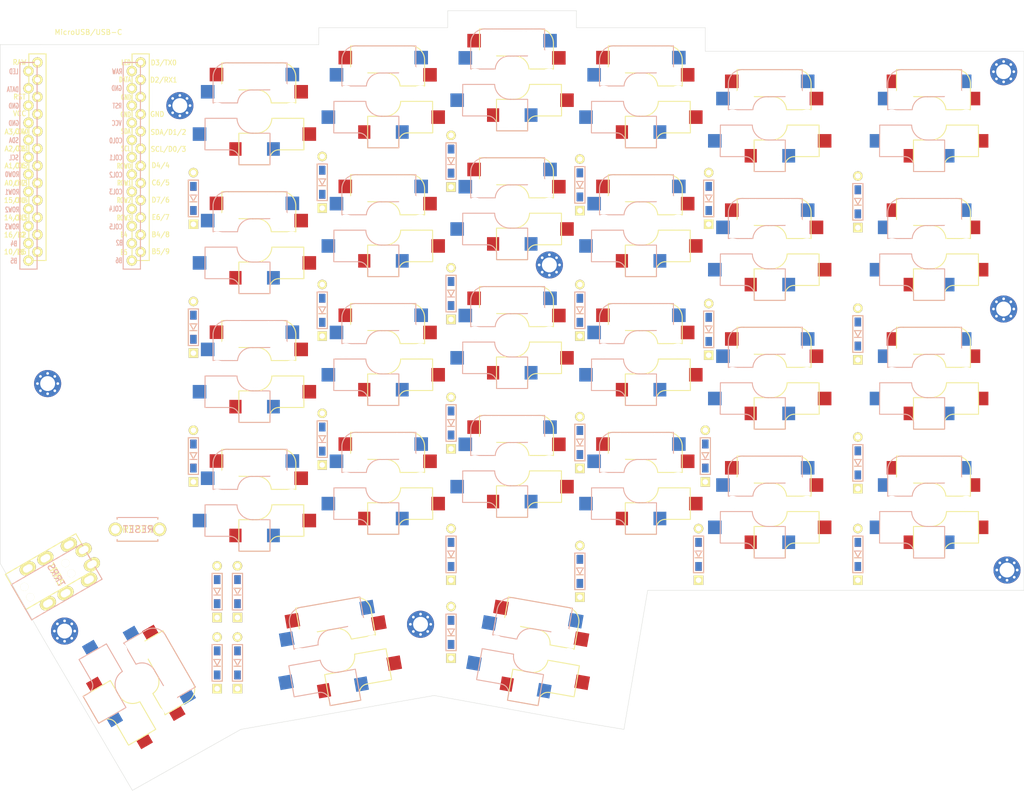
<source format=kicad_pcb>
(kicad_pcb (version 20171130) (host pcbnew "(5.1.6)-1")
  (layers (0 F.Cu signal) (31 B.Cu signal) (34 B.Paste user hide) (35 F.Paste user) (36 B.SilkS user hide) (37 F.SilkS user) (38 B.Mask user hide) (39 F.Mask user) (44 Edge.Cuts user))
  (net 0 "")
  (net 1 "Net-(D11-Pad2)")
  (net 2 Row1)
  (net 3 "Net-(D12-Pad2)")
  (net 4 "Net-(D13-Pad2)")
  (net 5 "Net-(D14-Pad2)")
  (net 6 "Net-(D15-Pad2)")
  (net 7 "Net-(D16-Pad2)")
  (net 8 "Net-(D21-Pad2)")
  (net 9 Row2)
  (net 10 "Net-(D22-Pad2)")
  (net 11 "Net-(D23-Pad2)")
  (net 12 "Net-(D24-Pad2)")
  (net 13 "Net-(D25-Pad2)")
  (net 14 "Net-(D26-Pad2)")
  (net 15 "Net-(D31-Pad2)")
  (net 16 Row3)
  (net 17 "Net-(D32-Pad2)")
  (net 18 "Net-(D33-Pad2)")
  (net 19 "Net-(D34-Pad2)")
  (net 20 "Net-(D35-Pad2)")
  (net 21 "Net-(D36-Pad2)")
  (net 22 "Net-(D41-Pad2)")
  (net 23 Row4)
  (net 24 "Net-(D42-Pad2)")
  (net 25 "Net-(D43-Pad2)")
  (net 26 "Net-(D44-Pad2)")
  (net 27 "Net-(D45-Pad2)")
  (net 28 "Net-(D46-Pad2)")
  (net 29 "Net-(D51-Pad2)")
  (net 30 Row5)
  (net 31 "Net-(D52-Pad2)")
  (net 32 "Net-(D53-Pad2)")
  (net 33 "Net-(J1-PadA)")
  (net 34 VCC)
  (net 35 GND)
  (net 36 Data)
  (net 37 Col1)
  (net 38 Col2)
  (net 39 Col3)
  (net 40 Col4)
  (net 41 Col5)
  (net 42 Col6)
  (net 43 RESET)
  (net 44 "Net-(U1-Pad24)")
  (net 45 "Net-(U1-Pad14)")
  (net 46 "Net-(U1-Pad13)")
  (net 47 "Net-(U1-Pad12)")
  (net 48 SCL)
  (net 49 SDA)
  (net 50 "Net-(U1-Pad1)")
  (module kbd:M2_HOLE_v3 (layer F.Cu) (at 54 27.5)
    (fp_text reference "" (at 0 -3.2) (layer F.SilkS))
    (fp_text value "")
    (pad 1 thru_hole circle (at 1.06 -1.06) (size 0.5 0.5) (drill 0.4) (layers *.Cu *.Mask))
    (pad 1 thru_hole circle (at -1.06 -1.06) (size 0.5 0.5) (drill 0.4) (layers *.Cu *.Mask))
    (pad 1 thru_hole circle (at -1.06 1.06) (size 0.5 0.5) (drill 0.4) (layers *.Cu *.Mask))
    (pad 1 thru_hole circle (at 1.06 1.06) (size 0.5 0.5) (drill 0.4) (layers *.Cu *.Mask))
    (pad 1 thru_hole circle (at 0 -1.5) (size 0.5 0.5) (drill 0.4) (layers *.Cu *.Mask))
    (pad 1 thru_hole circle (at 0 1.5) (size 0.5 0.5) (drill 0.4) (layers *.Cu *.Mask))
    (pad 1 thru_hole circle (at -1.5 0) (size 0.5 0.5) (drill 0.4) (layers *.Cu *.Mask))
    (pad 1 thru_hole circle (at 1.5 0) (size 0.5 0.5) (drill 0.4) (layers *.Cu *.Mask))
    (pad 1 thru_hole circle (at 0 0) (size 4 4) (drill 2.2) (layers *.Cu *.Mask))
  )
  (module kbd:M2_HOLE_v3 (layer F.Cu) (at 108.5 51)
    (fp_text reference "" (at 0 -3.2) (layer F.SilkS))
    (fp_text value "")
    (pad 1 thru_hole circle (at 1.06 -1.06) (size 0.5 0.5) (drill 0.4) (layers *.Cu *.Mask))
    (pad 1 thru_hole circle (at -1.06 -1.06) (size 0.5 0.5) (drill 0.4) (layers *.Cu *.Mask))
    (pad 1 thru_hole circle (at -1.06 1.06) (size 0.5 0.5) (drill 0.4) (layers *.Cu *.Mask))
    (pad 1 thru_hole circle (at 1.06 1.06) (size 0.5 0.5) (drill 0.4) (layers *.Cu *.Mask))
    (pad 1 thru_hole circle (at 0 -1.5) (size 0.5 0.5) (drill 0.4) (layers *.Cu *.Mask))
    (pad 1 thru_hole circle (at 0 1.5) (size 0.5 0.5) (drill 0.4) (layers *.Cu *.Mask))
    (pad 1 thru_hole circle (at -1.5 0) (size 0.5 0.5) (drill 0.4) (layers *.Cu *.Mask))
    (pad 1 thru_hole circle (at 1.5 0) (size 0.5 0.5) (drill 0.4) (layers *.Cu *.Mask))
    (pad 1 thru_hole circle (at 0 0) (size 4 4) (drill 2.2) (layers *.Cu *.Mask))
  )
  (module kbd:M2_HOLE_v3 (layer F.Cu) (at 34.5 68.5)
    (fp_text reference "" (at 0 -3.2) (layer F.SilkS))
    (fp_text value "")
    (pad 1 thru_hole circle (at 1.06 -1.06) (size 0.5 0.5) (drill 0.4) (layers *.Cu *.Mask))
    (pad 1 thru_hole circle (at -1.06 -1.06) (size 0.5 0.5) (drill 0.4) (layers *.Cu *.Mask))
    (pad 1 thru_hole circle (at -1.06 1.06) (size 0.5 0.5) (drill 0.4) (layers *.Cu *.Mask))
    (pad 1 thru_hole circle (at 1.06 1.06) (size 0.5 0.5) (drill 0.4) (layers *.Cu *.Mask))
    (pad 1 thru_hole circle (at 0 -1.5) (size 0.5 0.5) (drill 0.4) (layers *.Cu *.Mask))
    (pad 1 thru_hole circle (at 0 1.5) (size 0.5 0.5) (drill 0.4) (layers *.Cu *.Mask))
    (pad 1 thru_hole circle (at -1.5 0) (size 0.5 0.5) (drill 0.4) (layers *.Cu *.Mask))
    (pad 1 thru_hole circle (at 1.5 0) (size 0.5 0.5) (drill 0.4) (layers *.Cu *.Mask))
    (pad 1 thru_hole circle (at 0 0) (size 4 4) (drill 2.2) (layers *.Cu *.Mask))
  )
  (module kbd:M2_HOLE_v3 (layer F.Cu) (at 37 105)
    (fp_text reference "" (at 0 -3.2) (layer F.SilkS))
    (fp_text value "")
    (pad 1 thru_hole circle (at 1.06 -1.06) (size 0.5 0.5) (drill 0.4) (layers *.Cu *.Mask))
    (pad 1 thru_hole circle (at -1.06 -1.06) (size 0.5 0.5) (drill 0.4) (layers *.Cu *.Mask))
    (pad 1 thru_hole circle (at -1.06 1.06) (size 0.5 0.5) (drill 0.4) (layers *.Cu *.Mask))
    (pad 1 thru_hole circle (at 1.06 1.06) (size 0.5 0.5) (drill 0.4) (layers *.Cu *.Mask))
    (pad 1 thru_hole circle (at 0 -1.5) (size 0.5 0.5) (drill 0.4) (layers *.Cu *.Mask))
    (pad 1 thru_hole circle (at 0 1.5) (size 0.5 0.5) (drill 0.4) (layers *.Cu *.Mask))
    (pad 1 thru_hole circle (at -1.5 0) (size 0.5 0.5) (drill 0.4) (layers *.Cu *.Mask))
    (pad 1 thru_hole circle (at 1.5 0) (size 0.5 0.5) (drill 0.4) (layers *.Cu *.Mask))
    (pad 1 thru_hole circle (at 0 0) (size 4 4) (drill 2.2) (layers *.Cu *.Mask))
  )
  (module kbd:M2_HOLE_v3 (layer F.Cu) (at 89.5 104)
    (fp_text reference "" (at 0 -3.2) (layer F.SilkS))
    (fp_text value "")
    (pad 1 thru_hole circle (at 1.06 -1.06) (size 0.5 0.5) (drill 0.4) (layers *.Cu *.Mask))
    (pad 1 thru_hole circle (at -1.06 -1.06) (size 0.5 0.5) (drill 0.4) (layers *.Cu *.Mask))
    (pad 1 thru_hole circle (at -1.06 1.06) (size 0.5 0.5) (drill 0.4) (layers *.Cu *.Mask))
    (pad 1 thru_hole circle (at 1.06 1.06) (size 0.5 0.5) (drill 0.4) (layers *.Cu *.Mask))
    (pad 1 thru_hole circle (at 0 -1.5) (size 0.5 0.5) (drill 0.4) (layers *.Cu *.Mask))
    (pad 1 thru_hole circle (at 0 1.5) (size 0.5 0.5) (drill 0.4) (layers *.Cu *.Mask))
    (pad 1 thru_hole circle (at -1.5 0) (size 0.5 0.5) (drill 0.4) (layers *.Cu *.Mask))
    (pad 1 thru_hole circle (at 1.5 0) (size 0.5 0.5) (drill 0.4) (layers *.Cu *.Mask))
    (pad 1 thru_hole circle (at 0 0) (size 4 4) (drill 2.2) (layers *.Cu *.Mask))
  )
  (module kbd:M2_HOLE_v3 (layer F.Cu) (at 176 96)
    (fp_text reference "" (at 0 -3.2) (layer F.SilkS))
    (fp_text value "")
    (pad 1 thru_hole circle (at 1.06 -1.06) (size 0.5 0.5) (drill 0.4) (layers *.Cu *.Mask))
    (pad 1 thru_hole circle (at -1.06 -1.06) (size 0.5 0.5) (drill 0.4) (layers *.Cu *.Mask))
    (pad 1 thru_hole circle (at -1.06 1.06) (size 0.5 0.5) (drill 0.4) (layers *.Cu *.Mask))
    (pad 1 thru_hole circle (at 1.06 1.06) (size 0.5 0.5) (drill 0.4) (layers *.Cu *.Mask))
    (pad 1 thru_hole circle (at 0 -1.5) (size 0.5 0.5) (drill 0.4) (layers *.Cu *.Mask))
    (pad 1 thru_hole circle (at 0 1.5) (size 0.5 0.5) (drill 0.4) (layers *.Cu *.Mask))
    (pad 1 thru_hole circle (at -1.5 0) (size 0.5 0.5) (drill 0.4) (layers *.Cu *.Mask))
    (pad 1 thru_hole circle (at 1.5 0) (size 0.5 0.5) (drill 0.4) (layers *.Cu *.Mask))
    (pad 1 thru_hole circle (at 0 0) (size 4 4) (drill 2.2) (layers *.Cu *.Mask))
  )
  (module kbd:M2_HOLE_v3 (layer F.Cu) (at 175.5 57.5)
    (fp_text reference "" (at 0 -3.2) (layer F.SilkS))
    (fp_text value "")
    (pad 1 thru_hole circle (at 1.06 -1.06) (size 0.5 0.5) (drill 0.4) (layers *.Cu *.Mask))
    (pad 1 thru_hole circle (at -1.06 -1.06) (size 0.5 0.5) (drill 0.4) (layers *.Cu *.Mask))
    (pad 1 thru_hole circle (at -1.06 1.06) (size 0.5 0.5) (drill 0.4) (layers *.Cu *.Mask))
    (pad 1 thru_hole circle (at 1.06 1.06) (size 0.5 0.5) (drill 0.4) (layers *.Cu *.Mask))
    (pad 1 thru_hole circle (at 0 -1.5) (size 0.5 0.5) (drill 0.4) (layers *.Cu *.Mask))
    (pad 1 thru_hole circle (at 0 1.5) (size 0.5 0.5) (drill 0.4) (layers *.Cu *.Mask))
    (pad 1 thru_hole circle (at -1.5 0) (size 0.5 0.5) (drill 0.4) (layers *.Cu *.Mask))
    (pad 1 thru_hole circle (at 1.5 0) (size 0.5 0.5) (drill 0.4) (layers *.Cu *.Mask))
    (pad 1 thru_hole circle (at 0 0) (size 4 4) (drill 2.2) (layers *.Cu *.Mask))
  )
  (module kbd:M2_HOLE_v3 (layer F.Cu) (at 175.5 22.5)
    (fp_text reference "" (at 0 -3.2) (layer F.SilkS))
    (fp_text value "")
    (pad 1 thru_hole circle (at 1.06 -1.06) (size 0.5 0.5) (drill 0.4) (layers *.Cu *.Mask))
    (pad 1 thru_hole circle (at -1.06 -1.06) (size 0.5 0.5) (drill 0.4) (layers *.Cu *.Mask))
    (pad 1 thru_hole circle (at -1.06 1.06) (size 0.5 0.5) (drill 0.4) (layers *.Cu *.Mask))
    (pad 1 thru_hole circle (at 1.06 1.06) (size 0.5 0.5) (drill 0.4) (layers *.Cu *.Mask))
    (pad 1 thru_hole circle (at 0 -1.5) (size 0.5 0.5) (drill 0.4) (layers *.Cu *.Mask))
    (pad 1 thru_hole circle (at 0 1.5) (size 0.5 0.5) (drill 0.4) (layers *.Cu *.Mask))
    (pad 1 thru_hole circle (at -1.5 0) (size 0.5 0.5) (drill 0.4) (layers *.Cu *.Mask))
    (pad 1 thru_hole circle (at 1.5 0) (size 0.5 0.5) (drill 0.4) (layers *.Cu *.Mask))
    (pad 1 thru_hole circle (at 0 0) (size 4 4) (drill 2.2) (layers *.Cu *.Mask))
  )
  (module kbd:CherryMX_Choc_Hotswap (layer F.Cu) (at 65 66)
    (fp_text reference K31 hide)
    (fp_text value KEYSW hide)
    (pad 1 smd rect (at -5.6 -5.08 180) (size 2 2) (layers F.Cu F.Paste F.Mask) (net 37 Col1))
    (pad "" np_thru_hole circle (at 3.81 -2.54 180) (size 3 3) (drill 3) (layers *.Cu *.Mask))
    (pad "" np_thru_hole circle (at -2.54 -5.08 180) (size 3 3) (drill 3) (layers *.Cu *.Mask))
    (pad 2 smd rect (at 6.9 -2.54 180) (size 2 2) (layers F.Cu F.Paste F.Mask) (net 15 "Net-(D31-Pad2)"))
    (pad "" np_thru_hole circle (at 5 3.7 270) (size 3 3) (drill 3) (layers *.Cu *.Mask))
    (pad 2 smd rect (at -2.8 5.9 180) (size 1.8 2) (layers F.Cu F.Paste F.Mask) (net 15 "Net-(D31-Pad2)"))
    (pad 1 smd rect (at 8.1 3.7 180) (size 2 2) (layers F.Cu F.Paste F.Mask) (net 37 Col1))
    (pad 1 smd rect (at -8.1 3.7 180) (size 2 2) (layers B.Cu B.Paste B.Mask) (net 37 Col1))
    (pad 2 smd rect (at 2.8 5.9 180) (size 1.9 2) (layers B.Cu B.Paste B.Mask) (net 15 "Net-(D31-Pad2)"))
    (pad "" np_thru_hole circle (at -5 3.7 90) (size 3 3) (drill 3) (layers *.Cu *.Mask))
    (pad "" np_thru_hole circle (at 0 5.9 90) (size 3 3) (drill 3) (layers *.Cu *.Mask))
    (pad 1 smd rect (at -6.9 -2.54 180) (size 2 2) (layers B.Cu B.Paste B.Mask) (net 37 Col1))
    (pad "" np_thru_hole circle (at 2.54 -5.08 180) (size 3 3) (drill 3) (layers *.Cu *.Mask))
    (pad "" np_thru_hole circle (at 0 0 90) (size 4 4) (drill 4) (layers *.Cu *.Mask))
    (pad "" np_thru_hole circle (at -5.5 0 90) (size 1.9 1.9) (drill 1.9) (layers *.Cu *.Mask))
    (pad "" np_thru_hole circle (at 5.5 0 90) (size 1.9 1.9) (drill 1.9) (layers *.Cu *.Mask))
    (pad "" np_thru_hole circle (at 5.08 0) (size 1.7 1.7) (drill 1.7) (layers *.Cu *.Mask))
    (pad "" np_thru_hole circle (at -5.08 0) (size 1.7 1.7) (drill 1.7) (layers *.Cu *.Mask))
    (pad "" np_thru_hole circle (at -3.81 -2.54 180) (size 3 3) (drill 3) (layers *.Cu *.Mask))
    (pad 2 smd rect (at 5.6 -5.08 180) (size 2 2) (layers B.Cu B.Paste B.Mask) (net 15 "Net-(D31-Pad2)"))
  )
  (module kbd:ProMicro_v2 (layer F.Cu) (at 40.5636 35.618)
    (fp_text reference U1 hide)
    (fp_text value ProMicro hide)
    (fp_text user MicroUSB/USB-C (at -0.05 -18.95) (layer F.SilkS) (effects (font (size 0.75 0.75) (thickness 0.12))))
    (fp_text user B4/8 (at 10.605 10.9 unlocked) (layer F.SilkS) (effects (font (size 0.75 0.67) (thickness 0.125))))
    (fp_text user D2/RX1 (at 11.055 -11.9 unlocked) (layer F.SilkS) (effects (font (size 0.75 0.67) (thickness 0.125))))
    (fp_text user B5/9 (at 10.605 13.4 unlocked) (layer F.SilkS) (effects (font (size 0.75 0.67) (thickness 0.125))))
    (fp_text user C6/5 (at 10.605 3.25 unlocked) (layer F.SilkS) (effects (font (size 0.75 0.67) (thickness 0.125))))
    (fp_text user SCL/D0/3 (at 11.755 -1.7 unlocked) (layer F.SilkS) (effects (font (size 0.75 0.67) (thickness 0.125))))
    (fp_text user SDA/D1/2 (at 11.755 -4.2 unlocked) (layer F.SilkS) (effects (font (size 0.75 0.67) (thickness 0.125))))
    (fp_text user D4/4 (at 10.605 0.7 unlocked) (layer F.SilkS) (effects (font (size 0.75 0.67) (thickness 0.125))))
    (fp_text user D3/TX0 (at 11.055 -14.45 unlocked) (layer F.SilkS) (effects (font (size 0.75 0.67) (thickness 0.125))))
    (fp_text user D7/6 (at 10.605 5.8 unlocked) (layer F.SilkS) (effects (font (size 0.75 0.67) (thickness 0.125))))
    (fp_text user E6/7 (at 10.605 8.35 unlocked) (layer F.SilkS) (effects (font (size 0.75 0.67) (thickness 0.125))))
    (fp_text user 16/B2 (at -10.845 10.95 unlocked) (layer F.SilkS) (effects (font (size 0.75 0.67) (thickness 0.125))))
    (fp_text user 10/B6 (at -10.845 13.45 unlocked) (layer F.SilkS) (effects (font (size 0.75 0.67) (thickness 0.125))))
    (fp_text user 14/B3 (at -10.845 8.4 unlocked) (layer F.SilkS) (effects (font (size 0.75 0.67) (thickness 0.125))))
    (fp_text user 15/B1 (at -10.845 5.85 unlocked) (layer F.SilkS) (effects (font (size 0.75 0.67) (thickness 0.125))))
    (fp_text user A0/F7 (at -10.845 3.3 unlocked) (layer F.SilkS) (effects (font (size 0.75 0.67) (thickness 0.125))))
    (fp_text user A1/F6 (at -10.845 0.75 unlocked) (layer F.SilkS) (effects (font (size 0.75 0.67) (thickness 0.125))))
    (fp_text user A2/F5 (at -10.845 -1.75 unlocked) (layer F.SilkS) (effects (font (size 0.75 0.67) (thickness 0.125))))
    (fp_text user A3/F4 (at -10.845 -4.25 unlocked) (layer F.SilkS) (effects (font (size 0.75 0.67) (thickness 0.125))))
    (fp_text user "" (at -0.545 -17.4) (layer F.SilkS))
    (fp_text user "" (at -1.2065 -16.256) (layer B.SilkS) (effects (justify mirror)))
    (fp_text user RAW (at -10.195 -14.5) (layer F.SilkS) (effects (font (size 0.75 0.67) (thickness 0.125))))
    (fp_text user LED (at 5.5 -14.478) (layer F.SilkS) (effects (font (size 0.75 0.5) (thickness 0.125))))
    (fp_text user GND (at 10.105 -6.85) (layer F.SilkS) (effects (font (size 0.75 0.67) (thickness 0.125))))
    (fp_text user DATA (at 5.35 -11.95) (layer F.SilkS) (effects (font (size 0.75 0.5) (thickness 0.125))))
    (fp_text user RST (at -10.195 -9.4) (layer F.SilkS) (effects (font (size 0.75 0.67) (thickness 0.125))))
    (fp_text user GND (at 5.5245 -9.3345) (layer F.SilkS) (effects (font (size 0.75 0.5) (thickness 0.125))))
    (fp_text user VCC (at -10.195 -6.95) (layer F.SilkS) (effects (font (size 0.75 0.67) (thickness 0.125))))
    (fp_text user GND (at 5.461 -6.7945) (layer F.SilkS) (effects (font (size 0.75 0.5) (thickness 0.125))))
    (fp_text user COL3 (at -10 3.35) (layer F.SilkS) (effects (font (size 0.75 0.5) (thickness 0.125))))
    (fp_text user ROW0 (at 5.2 0.8) (layer F.SilkS) (effects (font (size 0.75 0.5) (thickness 0.125))))
    (fp_text user COL2 (at -9.9 0.762) (layer F.SilkS) (effects (font (size 0.75 0.5) (thickness 0.125))))
    (fp_text user SCL (at 5.461 -1.778) (layer F.SilkS) (effects (font (size 0.75 0.5) (thickness 0.125))))
    (fp_text user COL1 (at -9.85 -1.778) (layer F.SilkS) (effects (font (size 0.75 0.5) (thickness 0.125))))
    (fp_text user SDA (at 5.461 -4.318) (layer F.SilkS) (effects (font (size 0.75 0.5) (thickness 0.125))))
    (fp_text user COL0 (at -9.9 -4.3) (layer F.SilkS) (effects (font (size 0.75 0.5) (thickness 0.125))))
    (fp_text user B6 (at -10.05 13.5) (layer F.SilkS) (effects (font (size 0.75 0.5) (thickness 0.125))))
    (fp_text user B5 (at 5.2 13.5255) (layer F.SilkS) (effects (font (size 0.75 0.5) (thickness 0.125))))
    (fp_text user B4 (at 5.2 10.922) (layer F.SilkS) (effects (font (size 0.75 0.5) (thickness 0.125))))
    (fp_text user B2 (at -9.95 10.95) (layer F.SilkS) (effects (font (size 0.75 0.5) (thickness 0.125))))
    (fp_text user ROW3 (at 5.2 8.4455) (layer F.SilkS) (effects (font (size 0.75 0.5) (thickness 0.125))))
    (fp_text user COL5 (at -9.95 8.4455) (layer F.SilkS) (effects (font (size 0.75 0.5) (thickness 0.125))))
    (fp_text user ROW2 (at 5.2 5.85) (layer F.SilkS) (effects (font (size 0.75 0.5) (thickness 0.125))))
    (fp_text user COL4 (at -9.95 5.85) (layer F.SilkS) (effects (font (size 0.75 0.5) (thickness 0.125))))
    (fp_text user ROW1 (at 5.25 3.302) (layer F.SilkS) (effects (font (size 0.75 0.5) (thickness 0.125))))
    (fp_text user ROW1 (at -11.3 4.6355) (layer B.SilkS) (effects (font (size 0.75 0.5) (thickness 0.125)) (justify mirror)))
    (fp_text user COL4 (at 3.95 7.112) (layer B.SilkS) (effects (font (size 0.75 0.5) (thickness 0.125)) (justify mirror)))
    (fp_text user ROW2 (at -11.3 7.239) (layer B.SilkS) (effects (font (size 0.75 0.5) (thickness 0.125)) (justify mirror)))
    (fp_text user COL5 (at 4 9.75) (layer B.SilkS) (effects (font (size 0.75 0.5) (thickness 0.125)) (justify mirror)))
    (fp_text user ROW3 (at -11.3 9.75) (layer B.SilkS) (effects (font (size 0.75 0.5) (thickness 0.125)) (justify mirror)))
    (fp_text user B2 (at 4.5085 12.1285) (layer B.SilkS) (effects (font (size 0.75 0.5) (thickness 0.125)) (justify mirror)))
    (fp_text user B4 (at -11.049 12.2555) (layer B.SilkS) (effects (font (size 0.75 0.5) (thickness 0.125)) (justify mirror)))
    (fp_text user B5 (at -11.049 14.7955) (layer B.SilkS) (effects (font (size 0.75 0.5) (thickness 0.125)) (justify mirror)))
    (fp_text user B6 (at 4.445 14.732) (layer B.SilkS) (effects (font (size 0.75 0.5) (thickness 0.125)) (justify mirror)))
    (fp_text user COL0 (at 4 -2.95) (layer B.SilkS) (effects (font (size 0.75 0.5) (thickness 0.125)) (justify mirror)))
    (fp_text user SDA (at -11.049 -2.9845) (layer B.SilkS) (effects (font (size 0.75 0.5) (thickness 0.125)) (justify mirror)))
    (fp_text user COL1 (at 4 -0.4445) (layer B.SilkS) (effects (font (size 0.75 0.5) (thickness 0.125)) (justify mirror)))
    (fp_text user SCL (at -11.049 -0.4445) (layer B.SilkS) (effects (font (size 0.75 0.5) (thickness 0.125)) (justify mirror)))
    (fp_text user COL2 (at 4 2.1) (layer B.SilkS) (effects (font (size 0.75 0.5) (thickness 0.125)) (justify mirror)))
    (fp_text user ROW0 (at -11.3 2.032) (layer B.SilkS) (effects (font (size 0.75 0.5) (thickness 0.125)) (justify mirror)))
    (fp_text user COL3 (at 4 4.6) (layer B.SilkS) (effects (font (size 0.75 0.5) (thickness 0.125)) (justify mirror)))
    (fp_text user GND (at -11.049 -5.5245) (layer B.SilkS) (effects (font (size 0.75 0.5) (thickness 0.125)) (justify mirror)))
    (fp_text user VCC (at 4.1275 -5.5245) (layer B.SilkS) (effects (font (size 0.75 0.5) (thickness 0.125)) (justify mirror)))
    (fp_text user GND (at -11.049 -8.0645) (layer B.SilkS) (effects (font (size 0.75 0.5) (thickness 0.125)) (justify mirror)))
    (fp_text user RST (at 4.191 -8.0645) (layer B.SilkS) (effects (font (size 0.75 0.5) (thickness 0.125)) (justify mirror)))
    (fp_text user DATA (at -11.2 -10.5) (layer B.SilkS) (effects (font (size 0.75 0.5) (thickness 0.125)) (justify mirror)))
    (fp_text user GND (at 4.1275 -10.668) (layer B.SilkS) (effects (font (size 0.75 0.5) (thickness 0.125)) (justify mirror)))
    (fp_text user LED (at -11.049 -13.1445) (layer B.SilkS) (effects (font (size 0.75 0.5) (thickness 0.125)) (justify mirror)))
    (fp_text user RAW (at 4.191 -13.1445) (layer B.SilkS) (effects (font (size 0.75 0.5) (thickness 0.125)) (justify mirror)))
    (pad 24 thru_hole circle (at 6.35 -13.208) (size 1.524 1.524) (drill 0.8128) (layers *.Cu *.Mask F.SilkS) (net 44 "Net-(U1-Pad24)"))
    (pad 23 thru_hole circle (at 6.35 -10.668) (size 1.524 1.524) (drill 0.8128) (layers *.Cu *.Mask F.SilkS) (net 35 GND))
    (pad 22 thru_hole circle (at 6.35 -8.128) (size 1.524 1.524) (drill 0.8128) (layers *.Cu *.Mask F.SilkS) (net 43 RESET))
    (pad 21 thru_hole circle (at 6.35 -5.588) (size 1.524 1.524) (drill 0.8128) (layers *.Cu *.Mask F.SilkS) (net 34 VCC))
    (pad 20 thru_hole circle (at 6.35 -3.048) (size 1.524 1.524) (drill 0.8128) (layers *.Cu *.Mask F.SilkS) (net 37 Col1))
    (pad 19 thru_hole circle (at 6.35 -0.508) (size 1.524 1.524) (drill 0.8128) (layers *.Cu *.Mask F.SilkS) (net 38 Col2))
    (pad 18 thru_hole circle (at 6.35 2.032) (size 1.524 1.524) (drill 0.8128) (layers *.Cu *.Mask F.SilkS) (net 39 Col3))
    (pad 17 thru_hole circle (at 6.35 4.572) (size 1.524 1.524) (drill 0.8128) (layers *.Cu *.Mask F.SilkS) (net 40 Col4))
    (pad 16 thru_hole circle (at 6.35 7.112) (size 1.524 1.524) (drill 0.8128) (layers *.Cu *.Mask F.SilkS) (net 41 Col5))
    (pad 15 thru_hole circle (at 6.35 9.652) (size 1.524 1.524) (drill 0.8128) (layers *.Cu *.Mask F.SilkS) (net 42 Col6))
    (pad 14 thru_hole circle (at 6.35 12.192) (size 1.524 1.524) (drill 0.8128) (layers *.Cu *.Mask F.SilkS) (net 45 "Net-(U1-Pad14)"))
    (pad 13 thru_hole circle (at 6.35 14.732) (size 1.524 1.524) (drill 0.8128) (layers *.Cu *.Mask F.SilkS) (net 46 "Net-(U1-Pad13)"))
    (pad 12 thru_hole circle (at -8.89 14.732) (size 1.524 1.524) (drill 0.8128) (layers *.Cu *.Mask F.SilkS) (net 47 "Net-(U1-Pad12)"))
    (pad 11 thru_hole circle (at -8.89 12.192) (size 1.524 1.524) (drill 0.8128) (layers *.Cu *.Mask F.SilkS) (net 30 Row5))
    (pad 10 thru_hole circle (at -8.89 9.652) (size 1.524 1.524) (drill 0.8128) (layers *.Cu *.Mask F.SilkS) (net 23 Row4))
    (pad 9 thru_hole circle (at -8.89 7.112) (size 1.524 1.524) (drill 0.8128) (layers *.Cu *.Mask F.SilkS) (net 16 Row3))
    (pad 8 thru_hole circle (at -8.89 4.572) (size 1.524 1.524) (drill 0.8128) (layers *.Cu *.Mask F.SilkS) (net 9 Row2))
    (pad 7 thru_hole circle (at -8.89 2.032) (size 1.524 1.524) (drill 0.8128) (layers *.Cu *.Mask F.SilkS) (net 2 Row1))
    (pad 6 thru_hole circle (at -8.89 -0.508) (size 1.524 1.524) (drill 0.8128) (layers *.Cu *.Mask F.SilkS) (net 48 SCL))
    (pad 5 thru_hole circle (at -8.89 -3.048) (size 1.524 1.524) (drill 0.8128) (layers *.Cu *.Mask F.SilkS) (net 49 SDA))
    (pad 4 thru_hole circle (at -8.89 -5.588) (size 1.524 1.524) (drill 0.8128) (layers *.Cu *.Mask F.SilkS) (net 35 GND))
    (pad 3 thru_hole circle (at -8.89 -8.128) (size 1.524 1.524) (drill 0.8128) (layers *.Cu *.Mask F.SilkS) (net 35 GND))
    (pad 2 thru_hole circle (at -8.89 -10.668) (size 1.524 1.524) (drill 0.8128) (layers *.Cu *.Mask F.SilkS) (net 36 Data))
    (pad 1 thru_hole circle (at -8.89 -13.208) (size 1.524 1.524) (drill 0.8128) (layers *.Cu *.Mask F.SilkS) (net 50 "Net-(U1-Pad1)"))
    (pad 1 thru_hole circle (at 7.6564 -14.478) (size 1.524 1.524) (drill 0.8128) (layers *.Cu *.Mask F.SilkS) (net 50 "Net-(U1-Pad1)"))
    (pad 2 thru_hole circle (at 7.6564 -11.938) (size 1.524 1.524) (drill 0.8128) (layers *.Cu *.Mask F.SilkS) (net 36 Data))
    (pad 3 thru_hole circle (at 7.6564 -9.398) (size 1.524 1.524) (drill 0.8128) (layers *.Cu *.Mask F.SilkS) (net 35 GND))
    (pad 4 thru_hole circle (at 7.6564 -6.858) (size 1.524 1.524) (drill 0.8128) (layers *.Cu *.Mask F.SilkS) (net 35 GND))
    (pad 5 thru_hole circle (at 7.6564 -4.318) (size 1.524 1.524) (drill 0.8128) (layers *.Cu *.Mask F.SilkS) (net 49 SDA))
    (pad 6 thru_hole circle (at 7.6564 -1.778) (size 1.524 1.524) (drill 0.8128) (layers *.Cu *.Mask F.SilkS) (net 48 SCL))
    (pad 7 thru_hole circle (at 7.6564 0.762) (size 1.524 1.524) (drill 0.8128) (layers *.Cu *.Mask F.SilkS) (net 2 Row1))
    (pad 8 thru_hole circle (at 7.6564 3.302) (size 1.524 1.524) (drill 0.8128) (layers *.Cu *.Mask F.SilkS) (net 9 Row2))
    (pad 9 thru_hole circle (at 7.6564 5.842) (size 1.524 1.524) (drill 0.8128) (layers *.Cu *.Mask F.SilkS) (net 16 Row3))
    (pad 10 thru_hole circle (at 7.6564 8.382) (size 1.524 1.524) (drill 0.8128) (layers *.Cu *.Mask F.SilkS) (net 23 Row4))
    (pad 11 thru_hole circle (at 7.6564 10.922) (size 1.524 1.524) (drill 0.8128) (layers *.Cu *.Mask F.SilkS) (net 30 Row5))
    (pad 12 thru_hole circle (at 7.6564 13.462) (size 1.524 1.524) (drill 0.8128) (layers *.Cu *.Mask F.SilkS) (net 47 "Net-(U1-Pad12)"))
    (pad 13 thru_hole circle (at -7.5636 13.462) (size 1.524 1.524) (drill 0.8128) (layers *.Cu *.Mask F.SilkS) (net 46 "Net-(U1-Pad13)"))
    (pad 14 thru_hole circle (at -7.5636 10.922) (size 1.524 1.524) (drill 0.8128) (layers *.Cu *.Mask F.SilkS) (net 45 "Net-(U1-Pad14)"))
    (pad 15 thru_hole circle (at -7.5636 8.382) (size 1.524 1.524) (drill 0.8128) (layers *.Cu *.Mask F.SilkS) (net 42 Col6))
    (pad 16 thru_hole circle (at -7.5636 5.842) (size 1.524 1.524) (drill 0.8128) (layers *.Cu *.Mask F.SilkS) (net 41 Col5))
    (pad 17 thru_hole circle (at -7.5636 3.302) (size 1.524 1.524) (drill 0.8128) (layers *.Cu *.Mask F.SilkS) (net 40 Col4))
    (pad 18 thru_hole circle (at -7.5636 0.762) (size 1.524 1.524) (drill 0.8128) (layers *.Cu *.Mask F.SilkS) (net 39 Col3))
    (pad 19 thru_hole circle (at -7.5636 -1.778) (size 1.524 1.524) (drill 0.8128) (layers *.Cu *.Mask F.SilkS) (net 38 Col2))
    (pad 20 thru_hole circle (at -7.5636 -4.318) (size 1.524 1.524) (drill 0.8128) (layers *.Cu *.Mask F.SilkS) (net 37 Col1))
    (pad 21 thru_hole circle (at -7.5636 -6.858) (size 1.524 1.524) (drill 0.8128) (layers *.Cu *.Mask F.SilkS) (net 34 VCC))
    (pad 22 thru_hole circle (at -7.5636 -9.398) (size 1.524 1.524) (drill 0.8128) (layers *.Cu *.Mask F.SilkS) (net 43 RESET))
    (pad 23 thru_hole circle (at -7.5636 -11.938) (size 1.524 1.524) (drill 0.8128) (layers *.Cu *.Mask F.SilkS) (net 35 GND))
    (pad 24 thru_hole circle (at -7.5636 -14.478) (size 1.524 1.524) (drill 0.8128) (layers *.Cu *.Mask F.SilkS) (net 44 "Net-(U1-Pad24)"))
  )
  (module kbd:ResetSW (layer F.Cu) (at 47.75 90)
    (fp_text reference SW1 hide)
    (fp_text value SW_PUSH_RESET)
    (fp_text user RESET (at 0 0) (layer F.SilkS))
    (fp_text user RESET (at 0.127 0) (layer B.SilkS) (effects (justify mirror)))
    (pad 2 thru_hole circle (at -3.25 0) (size 2 2) (drill 1.3) (layers *.Cu *.Mask F.SilkS) (net 35 GND))
    (pad 1 thru_hole circle (at 3.25 0) (size 2 2) (drill 1.3) (layers *.Cu *.Mask F.SilkS) (net 43 RESET))
  )
  (module kbd:CherryMX_Choc_Hotswap (layer F.Cu) (at 106 107.5 350)
    (fp_text reference K53 hide)
    (fp_text value KEYSW hide)
    (pad 1 smd rect (at -5.6 -5.08 170) (size 2 2) (layers F.Cu F.Paste F.Mask) (net 39 Col3))
    (pad "" np_thru_hole circle (at 3.81 -2.54 170) (size 3 3) (drill 3) (layers *.Cu *.Mask))
    (pad "" np_thru_hole circle (at -2.54 -5.08 170) (size 3 3) (drill 3) (layers *.Cu *.Mask))
    (pad 2 smd rect (at 6.9 -2.54 170) (size 2 2) (layers F.Cu F.Paste F.Mask) (net 32 "Net-(D53-Pad2)"))
    (pad "" np_thru_hole circle (at 5 3.7 260) (size 3 3) (drill 3) (layers *.Cu *.Mask))
    (pad 2 smd rect (at -2.8 5.9 170) (size 1.8 2) (layers F.Cu F.Paste F.Mask) (net 32 "Net-(D53-Pad2)"))
    (pad 1 smd rect (at 8.1 3.7 170) (size 2 2) (layers F.Cu F.Paste F.Mask) (net 39 Col3))
    (pad 1 smd rect (at -8.1 3.7 170) (size 2 2) (layers B.Cu B.Paste B.Mask) (net 39 Col3))
    (pad 2 smd rect (at 2.8 5.9 170) (size 1.9 2) (layers B.Cu B.Paste B.Mask) (net 32 "Net-(D53-Pad2)"))
    (pad "" np_thru_hole circle (at -5 3.7 80) (size 3 3) (drill 3) (layers *.Cu *.Mask))
    (pad "" np_thru_hole circle (at 0 5.9 80) (size 3 3) (drill 3) (layers *.Cu *.Mask))
    (pad 1 smd rect (at -6.9 -2.54 170) (size 2 2) (layers B.Cu B.Paste B.Mask) (net 39 Col3))
    (pad "" np_thru_hole circle (at 2.54 -5.08 170) (size 3 3) (drill 3) (layers *.Cu *.Mask))
    (pad "" np_thru_hole circle (at 0 0 80) (size 4 4) (drill 4) (layers *.Cu *.Mask))
    (pad "" np_thru_hole circle (at -5.5 0 80) (size 1.9 1.9) (drill 1.9) (layers *.Cu *.Mask))
    (pad "" np_thru_hole circle (at 5.5 0 80) (size 1.9 1.9) (drill 1.9) (layers *.Cu *.Mask))
    (pad "" np_thru_hole circle (at 5.08 0 350) (size 1.7 1.7) (drill 1.7) (layers *.Cu *.Mask))
    (pad "" np_thru_hole circle (at -5.08 0 350) (size 1.7 1.7) (drill 1.7) (layers *.Cu *.Mask))
    (pad "" np_thru_hole circle (at -3.81 -2.54 170) (size 3 3) (drill 3) (layers *.Cu *.Mask))
    (pad 2 smd rect (at 5.6 -5.08 170) (size 2 2) (layers B.Cu B.Paste B.Mask) (net 32 "Net-(D53-Pad2)"))
  )
  (module kbd:CherryMX_Choc_Hotswap (layer F.Cu) (at 77 107.5 10)
    (fp_text reference K52 hide)
    (fp_text value KEYSW hide)
    (pad 1 smd rect (at -5.6 -5.08 190) (size 2 2) (layers F.Cu F.Paste F.Mask) (net 38 Col2))
    (pad "" np_thru_hole circle (at 3.81 -2.54 190) (size 3 3) (drill 3) (layers *.Cu *.Mask))
    (pad "" np_thru_hole circle (at -2.54 -5.08 190) (size 3 3) (drill 3) (layers *.Cu *.Mask))
    (pad 2 smd rect (at 6.9 -2.54 190) (size 2 2) (layers F.Cu F.Paste F.Mask) (net 31 "Net-(D52-Pad2)"))
    (pad "" np_thru_hole circle (at 5 3.7 280) (size 3 3) (drill 3) (layers *.Cu *.Mask))
    (pad 2 smd rect (at -2.8 5.9 190) (size 1.8 2) (layers F.Cu F.Paste F.Mask) (net 31 "Net-(D52-Pad2)"))
    (pad 1 smd rect (at 8.1 3.7 190) (size 2 2) (layers F.Cu F.Paste F.Mask) (net 38 Col2))
    (pad 1 smd rect (at -8.1 3.7 190) (size 2 2) (layers B.Cu B.Paste B.Mask) (net 38 Col2))
    (pad 2 smd rect (at 2.8 5.9 190) (size 1.9 2) (layers B.Cu B.Paste B.Mask) (net 31 "Net-(D52-Pad2)"))
    (pad "" np_thru_hole circle (at -5 3.7 100) (size 3 3) (drill 3) (layers *.Cu *.Mask))
    (pad "" np_thru_hole circle (at 0 5.9 100) (size 3 3) (drill 3) (layers *.Cu *.Mask))
    (pad 1 smd rect (at -6.9 -2.54 190) (size 2 2) (layers B.Cu B.Paste B.Mask) (net 38 Col2))
    (pad "" np_thru_hole circle (at 2.54 -5.08 190) (size 3 3) (drill 3) (layers *.Cu *.Mask))
    (pad "" np_thru_hole circle (at 0 0 100) (size 4 4) (drill 4) (layers *.Cu *.Mask))
    (pad "" np_thru_hole circle (at -5.5 0 100) (size 1.9 1.9) (drill 1.9) (layers *.Cu *.Mask))
    (pad "" np_thru_hole circle (at 5.5 0 100) (size 1.9 1.9) (drill 1.9) (layers *.Cu *.Mask))
    (pad "" np_thru_hole circle (at 5.08 0 10) (size 1.7 1.7) (drill 1.7) (layers *.Cu *.Mask))
    (pad "" np_thru_hole circle (at -5.08 0 10) (size 1.7 1.7) (drill 1.7) (layers *.Cu *.Mask))
    (pad "" np_thru_hole circle (at -3.81 -2.54 190) (size 3 3) (drill 3) (layers *.Cu *.Mask))
    (pad 2 smd rect (at 5.6 -5.08 190) (size 2 2) (layers B.Cu B.Paste B.Mask) (net 31 "Net-(D52-Pad2)"))
  )
  (module kbd:CherryMX_Choc_Hotswap_1.5u (layer F.Cu) (at 48 112.5 210)
    (fp_text reference K51 hide)
    (fp_text value KEYSW hide)
    (pad "" np_thru_hole circle (at -2.540001 -3.81 120) (size 3 3) (drill 3) (layers *.Cu *.Mask))
    (pad 1 smd rect (at -5.08 5.5 120) (size 1.5 2) (layers F.Cu F.Paste F.Mask) (net 37 Col1))
    (pad "" np_thru_hole circle (at -2.540001 -3.81 120) (size 3 3) (drill 3) (layers *.Cu *.Mask))
    (pad "" np_thru_hole circle (at -5.08 2.54 120) (size 3 3) (drill 3) (layers *.Cu *.Mask))
    (pad 2 smd rect (at -2.540001 -6.8 120) (size 1.5 2) (layers F.Cu F.Paste F.Mask) (net 29 "Net-(D51-Pad2)"))
    (pad "" np_thru_hole circle (at -2.58 -3.825 120) (size 0.1 0.1) (drill 0.1) (layers *.Cu *.Mask))
    (pad "" np_thru_hole circle (at 3.7 -5 210) (size 3 3) (drill 3) (layers *.Cu *.Mask))
    (pad 2 smd rect (at 5.9 3 120) (size 1.5 2) (layers F.Cu F.Paste F.Mask) (net 29 "Net-(D51-Pad2)"))
    (pad 1 smd rect (at 3.7 -8 120) (size 1.5 2) (layers F.Cu F.Paste F.Mask) (net 37 Col1))
    (pad 1 smd rect (at 3.7 8 120) (size 1.5 2) (layers B.Cu B.Paste B.Mask) (net 37 Col1))
    (pad 2 smd rect (at 5.9 -3 120) (size 1.5 2) (layers B.Cu B.Paste B.Mask) (net 29 "Net-(D51-Pad2)"))
    (pad "" np_thru_hole circle (at 3.7 5 30) (size 3 3) (drill 3) (layers *.Cu *.Mask))
    (pad "" np_thru_hole circle (at 5.9 0 30) (size 3 3) (drill 3) (layers *.Cu *.Mask))
    (pad "" np_thru_hole circle (at -2.58 3.825 120) (size 0.1 0.1) (drill 0.1) (layers *.Cu *.Mask))
    (pad 1 smd rect (at -2.54 6.8 120) (size 1.5 2) (layers B.Cu B.Paste B.Mask) (net 37 Col1))
    (pad "" np_thru_hole circle (at -5.08 -2.54 120) (size 3 3) (drill 3) (layers *.Cu *.Mask))
    (pad "" np_thru_hole circle (at 0 0 30) (size 4 4) (drill 4) (layers *.Cu *.Mask))
    (pad "" np_thru_hole circle (at 0 5.5 30) (size 1.9 1.9) (drill 1.9) (layers *.Cu *.Mask))
    (pad "" np_thru_hole circle (at 0 -5.5 30) (size 1.9 1.9) (drill 1.9) (layers *.Cu *.Mask))
    (pad "" np_thru_hole circle (at 0 -5.08 300) (size 1.7 1.7) (drill 1.7) (layers *.Cu *.Mask))
    (pad "" np_thru_hole circle (at 0 5.08 300) (size 1.7 1.7) (drill 1.7) (layers *.Cu *.Mask))
    (pad "" np_thru_hole circle (at -2.54 3.81 120) (size 3 3) (drill 3) (layers *.Cu *.Mask))
    (pad 2 smd rect (at -5.08 -5.5 120) (size 1.5 2) (layers B.Cu B.Paste B.Mask) (net 29 "Net-(D51-Pad2)"))
  )
  (module kbd:CherryMX_Choc_Hotswap_1.5u (layer F.Cu) (at 164.5 86 270)
    (fp_text reference K46 hide)
    (fp_text value KEYSW hide)
    (pad 2 smd rect (at -5.08 -5.5 180) (size 1.5 2) (layers B.Cu B.Paste B.Mask) (net 28 "Net-(D46-Pad2)"))
    (pad "" np_thru_hole circle (at -2.54 3.81 180) (size 3 3) (drill 3) (layers *.Cu *.Mask))
    (pad "" np_thru_hole circle (at 0 5.08) (size 1.7 1.7) (drill 1.7) (layers *.Cu *.Mask))
    (pad "" np_thru_hole circle (at 0 -5.08) (size 1.7 1.7) (drill 1.7) (layers *.Cu *.Mask))
    (pad "" np_thru_hole circle (at 0 -5.5 90) (size 1.9 1.9) (drill 1.9) (layers *.Cu *.Mask))
    (pad "" np_thru_hole circle (at 0 5.5 90) (size 1.9 1.9) (drill 1.9) (layers *.Cu *.Mask))
    (pad "" np_thru_hole circle (at 0 0 90) (size 4 4) (drill 4) (layers *.Cu *.Mask))
    (pad "" np_thru_hole circle (at -5.08 -2.54 180) (size 3 3) (drill 3) (layers *.Cu *.Mask))
    (pad 1 smd rect (at -2.54 6.8 180) (size 1.5 2) (layers B.Cu B.Paste B.Mask) (net 42 Col6))
    (pad "" np_thru_hole circle (at -2.58 3.825 180) (size 0.1 0.1) (drill 0.1) (layers *.Cu *.Mask))
    (pad "" np_thru_hole circle (at 5.9 0 90) (size 3 3) (drill 3) (layers *.Cu *.Mask))
    (pad "" np_thru_hole circle (at 3.7 5 90) (size 3 3) (drill 3) (layers *.Cu *.Mask))
    (pad 2 smd rect (at 5.9 -3 180) (size 1.5 2) (layers B.Cu B.Paste B.Mask) (net 28 "Net-(D46-Pad2)"))
    (pad 1 smd rect (at 3.7 8 180) (size 1.5 2) (layers B.Cu B.Paste B.Mask) (net 42 Col6))
    (pad 1 smd rect (at 3.7 -8 180) (size 1.5 2) (layers F.Cu F.Paste F.Mask) (net 42 Col6))
    (pad 2 smd rect (at 5.9 3 180) (size 1.5 2) (layers F.Cu F.Paste F.Mask) (net 28 "Net-(D46-Pad2)"))
    (pad "" np_thru_hole circle (at 3.7 -5 270) (size 3 3) (drill 3) (layers *.Cu *.Mask))
    (pad "" np_thru_hole circle (at -2.58 -3.825 180) (size 0.1 0.1) (drill 0.1) (layers *.Cu *.Mask))
    (pad 2 smd rect (at -2.540001 -6.8 180) (size 1.5 2) (layers F.Cu F.Paste F.Mask) (net 28 "Net-(D46-Pad2)"))
    (pad "" np_thru_hole circle (at -5.08 2.54 180) (size 3 3) (drill 3) (layers *.Cu *.Mask))
    (pad "" np_thru_hole circle (at -2.540001 -3.81 180) (size 3 3) (drill 3) (layers *.Cu *.Mask))
    (pad 1 smd rect (at -5.08 5.5 180) (size 1.5 2) (layers F.Cu F.Paste F.Mask) (net 42 Col6))
    (pad "" np_thru_hole circle (at -2.540001 -3.81 180) (size 3 3) (drill 3) (layers *.Cu *.Mask))
  )
  (module kbd:CherryMX_Choc_Hotswap (layer F.Cu) (at 141 86)
    (fp_text reference K45 hide)
    (fp_text value KEYSW hide)
    (pad 1 smd rect (at -5.6 -5.08 180) (size 2 2) (layers F.Cu F.Paste F.Mask) (net 41 Col5))
    (pad "" np_thru_hole circle (at 3.81 -2.54 180) (size 3 3) (drill 3) (layers *.Cu *.Mask))
    (pad "" np_thru_hole circle (at -2.54 -5.08 180) (size 3 3) (drill 3) (layers *.Cu *.Mask))
    (pad 2 smd rect (at 6.9 -2.54 180) (size 2 2) (layers F.Cu F.Paste F.Mask) (net 27 "Net-(D45-Pad2)"))
    (pad "" np_thru_hole circle (at 5 3.7 270) (size 3 3) (drill 3) (layers *.Cu *.Mask))
    (pad 2 smd rect (at -2.8 5.9 180) (size 1.8 2) (layers F.Cu F.Paste F.Mask) (net 27 "Net-(D45-Pad2)"))
    (pad 1 smd rect (at 8.1 3.7 180) (size 2 2) (layers F.Cu F.Paste F.Mask) (net 41 Col5))
    (pad 1 smd rect (at -8.1 3.7 180) (size 2 2) (layers B.Cu B.Paste B.Mask) (net 41 Col5))
    (pad 2 smd rect (at 2.8 5.9 180) (size 1.9 2) (layers B.Cu B.Paste B.Mask) (net 27 "Net-(D45-Pad2)"))
    (pad "" np_thru_hole circle (at -5 3.7 90) (size 3 3) (drill 3) (layers *.Cu *.Mask))
    (pad "" np_thru_hole circle (at 0 5.9 90) (size 3 3) (drill 3) (layers *.Cu *.Mask))
    (pad 1 smd rect (at -6.9 -2.54 180) (size 2 2) (layers B.Cu B.Paste B.Mask) (net 41 Col5))
    (pad "" np_thru_hole circle (at 2.54 -5.08 180) (size 3 3) (drill 3) (layers *.Cu *.Mask))
    (pad "" np_thru_hole circle (at 0 0 90) (size 4 4) (drill 4) (layers *.Cu *.Mask))
    (pad "" np_thru_hole circle (at -5.5 0 90) (size 1.9 1.9) (drill 1.9) (layers *.Cu *.Mask))
    (pad "" np_thru_hole circle (at 5.5 0 90) (size 1.9 1.9) (drill 1.9) (layers *.Cu *.Mask))
    (pad "" np_thru_hole circle (at 5.08 0) (size 1.7 1.7) (drill 1.7) (layers *.Cu *.Mask))
    (pad "" np_thru_hole circle (at -5.08 0) (size 1.7 1.7) (drill 1.7) (layers *.Cu *.Mask))
    (pad "" np_thru_hole circle (at -3.81 -2.54 180) (size 3 3) (drill 3) (layers *.Cu *.Mask))
    (pad 2 smd rect (at 5.6 -5.08 180) (size 2 2) (layers B.Cu B.Paste B.Mask) (net 27 "Net-(D45-Pad2)"))
  )
  (module kbd:CherryMX_Choc_Hotswap (layer F.Cu) (at 122 82.5)
    (fp_text reference K44 hide)
    (fp_text value KEYSW hide)
    (pad 1 smd rect (at -5.6 -5.08 180) (size 2 2) (layers F.Cu F.Paste F.Mask) (net 40 Col4))
    (pad "" np_thru_hole circle (at 3.81 -2.54 180) (size 3 3) (drill 3) (layers *.Cu *.Mask))
    (pad "" np_thru_hole circle (at -2.54 -5.08 180) (size 3 3) (drill 3) (layers *.Cu *.Mask))
    (pad 2 smd rect (at 6.9 -2.54 180) (size 2 2) (layers F.Cu F.Paste F.Mask) (net 26 "Net-(D44-Pad2)"))
    (pad "" np_thru_hole circle (at 5 3.7 270) (size 3 3) (drill 3) (layers *.Cu *.Mask))
    (pad 2 smd rect (at -2.8 5.9 180) (size 1.8 2) (layers F.Cu F.Paste F.Mask) (net 26 "Net-(D44-Pad2)"))
    (pad 1 smd rect (at 8.1 3.7 180) (size 2 2) (layers F.Cu F.Paste F.Mask) (net 40 Col4))
    (pad 1 smd rect (at -8.1 3.7 180) (size 2 2) (layers B.Cu B.Paste B.Mask) (net 40 Col4))
    (pad 2 smd rect (at 2.8 5.9 180) (size 1.9 2) (layers B.Cu B.Paste B.Mask) (net 26 "Net-(D44-Pad2)"))
    (pad "" np_thru_hole circle (at -5 3.7 90) (size 3 3) (drill 3) (layers *.Cu *.Mask))
    (pad "" np_thru_hole circle (at 0 5.9 90) (size 3 3) (drill 3) (layers *.Cu *.Mask))
    (pad 1 smd rect (at -6.9 -2.54 180) (size 2 2) (layers B.Cu B.Paste B.Mask) (net 40 Col4))
    (pad "" np_thru_hole circle (at 2.54 -5.08 180) (size 3 3) (drill 3) (layers *.Cu *.Mask))
    (pad "" np_thru_hole circle (at 0 0 90) (size 4 4) (drill 4) (layers *.Cu *.Mask))
    (pad "" np_thru_hole circle (at -5.5 0 90) (size 1.9 1.9) (drill 1.9) (layers *.Cu *.Mask))
    (pad "" np_thru_hole circle (at 5.5 0 90) (size 1.9 1.9) (drill 1.9) (layers *.Cu *.Mask))
    (pad "" np_thru_hole circle (at 5.08 0) (size 1.7 1.7) (drill 1.7) (layers *.Cu *.Mask))
    (pad "" np_thru_hole circle (at -5.08 0) (size 1.7 1.7) (drill 1.7) (layers *.Cu *.Mask))
    (pad "" np_thru_hole circle (at -3.81 -2.54 180) (size 3 3) (drill 3) (layers *.Cu *.Mask))
    (pad 2 smd rect (at 5.6 -5.08 180) (size 2 2) (layers B.Cu B.Paste B.Mask) (net 26 "Net-(D44-Pad2)"))
  )
  (module kbd:CherryMX_Choc_Hotswap (layer F.Cu) (at 103 80)
    (fp_text reference K43 hide)
    (fp_text value KEYSW hide)
    (pad 1 smd rect (at -5.6 -5.08 180) (size 2 2) (layers F.Cu F.Paste F.Mask) (net 39 Col3))
    (pad "" np_thru_hole circle (at 3.81 -2.54 180) (size 3 3) (drill 3) (layers *.Cu *.Mask))
    (pad "" np_thru_hole circle (at -2.54 -5.08 180) (size 3 3) (drill 3) (layers *.Cu *.Mask))
    (pad 2 smd rect (at 6.9 -2.54 180) (size 2 2) (layers F.Cu F.Paste F.Mask) (net 25 "Net-(D43-Pad2)"))
    (pad "" np_thru_hole circle (at 5 3.7 270) (size 3 3) (drill 3) (layers *.Cu *.Mask))
    (pad 2 smd rect (at -2.8 5.9 180) (size 1.8 2) (layers F.Cu F.Paste F.Mask) (net 25 "Net-(D43-Pad2)"))
    (pad 1 smd rect (at 8.1 3.7 180) (size 2 2) (layers F.Cu F.Paste F.Mask) (net 39 Col3))
    (pad 1 smd rect (at -8.1 3.7 180) (size 2 2) (layers B.Cu B.Paste B.Mask) (net 39 Col3))
    (pad 2 smd rect (at 2.8 5.9 180) (size 1.9 2) (layers B.Cu B.Paste B.Mask) (net 25 "Net-(D43-Pad2)"))
    (pad "" np_thru_hole circle (at -5 3.7 90) (size 3 3) (drill 3) (layers *.Cu *.Mask))
    (pad "" np_thru_hole circle (at 0 5.9 90) (size 3 3) (drill 3) (layers *.Cu *.Mask))
    (pad 1 smd rect (at -6.9 -2.54 180) (size 2 2) (layers B.Cu B.Paste B.Mask) (net 39 Col3))
    (pad "" np_thru_hole circle (at 2.54 -5.08 180) (size 3 3) (drill 3) (layers *.Cu *.Mask))
    (pad "" np_thru_hole circle (at 0 0 90) (size 4 4) (drill 4) (layers *.Cu *.Mask))
    (pad "" np_thru_hole circle (at -5.5 0 90) (size 1.9 1.9) (drill 1.9) (layers *.Cu *.Mask))
    (pad "" np_thru_hole circle (at 5.5 0 90) (size 1.9 1.9) (drill 1.9) (layers *.Cu *.Mask))
    (pad "" np_thru_hole circle (at 5.08 0) (size 1.7 1.7) (drill 1.7) (layers *.Cu *.Mask))
    (pad "" np_thru_hole circle (at -5.08 0) (size 1.7 1.7) (drill 1.7) (layers *.Cu *.Mask))
    (pad "" np_thru_hole circle (at -3.81 -2.54 180) (size 3 3) (drill 3) (layers *.Cu *.Mask))
    (pad 2 smd rect (at 5.6 -5.08 180) (size 2 2) (layers B.Cu B.Paste B.Mask) (net 25 "Net-(D43-Pad2)"))
  )
  (module kbd:CherryMX_Choc_Hotswap (layer F.Cu) (at 84 82.5)
    (fp_text reference K42 hide)
    (fp_text value KEYSW hide)
    (pad 1 smd rect (at -5.6 -5.08 180) (size 2 2) (layers F.Cu F.Paste F.Mask) (net 38 Col2))
    (pad "" np_thru_hole circle (at 3.81 -2.54 180) (size 3 3) (drill 3) (layers *.Cu *.Mask))
    (pad "" np_thru_hole circle (at -2.54 -5.08 180) (size 3 3) (drill 3) (layers *.Cu *.Mask))
    (pad 2 smd rect (at 6.9 -2.54 180) (size 2 2) (layers F.Cu F.Paste F.Mask) (net 24 "Net-(D42-Pad2)"))
    (pad "" np_thru_hole circle (at 5 3.7 270) (size 3 3) (drill 3) (layers *.Cu *.Mask))
    (pad 2 smd rect (at -2.8 5.9 180) (size 1.8 2) (layers F.Cu F.Paste F.Mask) (net 24 "Net-(D42-Pad2)"))
    (pad 1 smd rect (at 8.1 3.7 180) (size 2 2) (layers F.Cu F.Paste F.Mask) (net 38 Col2))
    (pad 1 smd rect (at -8.1 3.7 180) (size 2 2) (layers B.Cu B.Paste B.Mask) (net 38 Col2))
    (pad 2 smd rect (at 2.8 5.9 180) (size 1.9 2) (layers B.Cu B.Paste B.Mask) (net 24 "Net-(D42-Pad2)"))
    (pad "" np_thru_hole circle (at -5 3.7 90) (size 3 3) (drill 3) (layers *.Cu *.Mask))
    (pad "" np_thru_hole circle (at 0 5.9 90) (size 3 3) (drill 3) (layers *.Cu *.Mask))
    (pad 1 smd rect (at -6.9 -2.54 180) (size 2 2) (layers B.Cu B.Paste B.Mask) (net 38 Col2))
    (pad "" np_thru_hole circle (at 2.54 -5.08 180) (size 3 3) (drill 3) (layers *.Cu *.Mask))
    (pad "" np_thru_hole circle (at 0 0 90) (size 4 4) (drill 4) (layers *.Cu *.Mask))
    (pad "" np_thru_hole circle (at -5.5 0 90) (size 1.9 1.9) (drill 1.9) (layers *.Cu *.Mask))
    (pad "" np_thru_hole circle (at 5.5 0 90) (size 1.9 1.9) (drill 1.9) (layers *.Cu *.Mask))
    (pad "" np_thru_hole circle (at 5.08 0) (size 1.7 1.7) (drill 1.7) (layers *.Cu *.Mask))
    (pad "" np_thru_hole circle (at -5.08 0) (size 1.7 1.7) (drill 1.7) (layers *.Cu *.Mask))
    (pad "" np_thru_hole circle (at -3.81 -2.54 180) (size 3 3) (drill 3) (layers *.Cu *.Mask))
    (pad 2 smd rect (at 5.6 -5.08 180) (size 2 2) (layers B.Cu B.Paste B.Mask) (net 24 "Net-(D42-Pad2)"))
  )
  (module kbd:CherryMX_Choc_Hotswap (layer F.Cu) (at 65 85)
    (fp_text reference K41 hide)
    (fp_text value KEYSW hide)
    (pad 1 smd rect (at -5.6 -5.08 180) (size 2 2) (layers F.Cu F.Paste F.Mask) (net 37 Col1))
    (pad "" np_thru_hole circle (at 3.81 -2.54 180) (size 3 3) (drill 3) (layers *.Cu *.Mask))
    (pad "" np_thru_hole circle (at -2.54 -5.08 180) (size 3 3) (drill 3) (layers *.Cu *.Mask))
    (pad 2 smd rect (at 6.9 -2.54 180) (size 2 2) (layers F.Cu F.Paste F.Mask) (net 22 "Net-(D41-Pad2)"))
    (pad "" np_thru_hole circle (at 5 3.7 270) (size 3 3) (drill 3) (layers *.Cu *.Mask))
    (pad 2 smd rect (at -2.8 5.9 180) (size 1.8 2) (layers F.Cu F.Paste F.Mask) (net 22 "Net-(D41-Pad2)"))
    (pad 1 smd rect (at 8.1 3.7 180) (size 2 2) (layers F.Cu F.Paste F.Mask) (net 37 Col1))
    (pad 1 smd rect (at -8.1 3.7 180) (size 2 2) (layers B.Cu B.Paste B.Mask) (net 37 Col1))
    (pad 2 smd rect (at 2.8 5.9 180) (size 1.9 2) (layers B.Cu B.Paste B.Mask) (net 22 "Net-(D41-Pad2)"))
    (pad "" np_thru_hole circle (at -5 3.7 90) (size 3 3) (drill 3) (layers *.Cu *.Mask))
    (pad "" np_thru_hole circle (at 0 5.9 90) (size 3 3) (drill 3) (layers *.Cu *.Mask))
    (pad 1 smd rect (at -6.9 -2.54 180) (size 2 2) (layers B.Cu B.Paste B.Mask) (net 37 Col1))
    (pad "" np_thru_hole circle (at 2.54 -5.08 180) (size 3 3) (drill 3) (layers *.Cu *.Mask))
    (pad "" np_thru_hole circle (at 0 0 90) (size 4 4) (drill 4) (layers *.Cu *.Mask))
    (pad "" np_thru_hole circle (at -5.5 0 90) (size 1.9 1.9) (drill 1.9) (layers *.Cu *.Mask))
    (pad "" np_thru_hole circle (at 5.5 0 90) (size 1.9 1.9) (drill 1.9) (layers *.Cu *.Mask))
    (pad "" np_thru_hole circle (at 5.08 0) (size 1.7 1.7) (drill 1.7) (layers *.Cu *.Mask))
    (pad "" np_thru_hole circle (at -5.08 0) (size 1.7 1.7) (drill 1.7) (layers *.Cu *.Mask))
    (pad "" np_thru_hole circle (at -3.81 -2.54 180) (size 3 3) (drill 3) (layers *.Cu *.Mask))
    (pad 2 smd rect (at 5.6 -5.08 180) (size 2 2) (layers B.Cu B.Paste B.Mask) (net 22 "Net-(D41-Pad2)"))
  )
  (module kbd:CherryMX_Choc_Hotswap_1.5u (layer F.Cu) (at 164.5 67 270)
    (fp_text reference K36 hide)
    (fp_text value KEYSW hide)
    (pad 2 smd rect (at -5.08 -5.5 180) (size 1.5 2) (layers B.Cu B.Paste B.Mask) (net 21 "Net-(D36-Pad2)"))
    (pad "" np_thru_hole circle (at -2.54 3.81 180) (size 3 3) (drill 3) (layers *.Cu *.Mask))
    (pad "" np_thru_hole circle (at 0 5.08) (size 1.7 1.7) (drill 1.7) (layers *.Cu *.Mask))
    (pad "" np_thru_hole circle (at 0 -5.08) (size 1.7 1.7) (drill 1.7) (layers *.Cu *.Mask))
    (pad "" np_thru_hole circle (at 0 -5.5 90) (size 1.9 1.9) (drill 1.9) (layers *.Cu *.Mask))
    (pad "" np_thru_hole circle (at 0 5.5 90) (size 1.9 1.9) (drill 1.9) (layers *.Cu *.Mask))
    (pad "" np_thru_hole circle (at 0 0 90) (size 4 4) (drill 4) (layers *.Cu *.Mask))
    (pad "" np_thru_hole circle (at -5.08 -2.54 180) (size 3 3) (drill 3) (layers *.Cu *.Mask))
    (pad 1 smd rect (at -2.54 6.8 180) (size 1.5 2) (layers B.Cu B.Paste B.Mask) (net 42 Col6))
    (pad "" np_thru_hole circle (at -2.58 3.825 180) (size 0.1 0.1) (drill 0.1) (layers *.Cu *.Mask))
    (pad "" np_thru_hole circle (at 5.9 0 90) (size 3 3) (drill 3) (layers *.Cu *.Mask))
    (pad "" np_thru_hole circle (at 3.7 5 90) (size 3 3) (drill 3) (layers *.Cu *.Mask))
    (pad 2 smd rect (at 5.9 -3 180) (size 1.5 2) (layers B.Cu B.Paste B.Mask) (net 21 "Net-(D36-Pad2)"))
    (pad 1 smd rect (at 3.7 8 180) (size 1.5 2) (layers B.Cu B.Paste B.Mask) (net 42 Col6))
    (pad 1 smd rect (at 3.7 -8 180) (size 1.5 2) (layers F.Cu F.Paste F.Mask) (net 42 Col6))
    (pad 2 smd rect (at 5.9 3 180) (size 1.5 2) (layers F.Cu F.Paste F.Mask) (net 21 "Net-(D36-Pad2)"))
    (pad "" np_thru_hole circle (at 3.7 -5 270) (size 3 3) (drill 3) (layers *.Cu *.Mask))
    (pad "" np_thru_hole circle (at -2.58 -3.825 180) (size 0.1 0.1) (drill 0.1) (layers *.Cu *.Mask))
    (pad 2 smd rect (at -2.540001 -6.8 180) (size 1.5 2) (layers F.Cu F.Paste F.Mask) (net 21 "Net-(D36-Pad2)"))
    (pad "" np_thru_hole circle (at -5.08 2.54 180) (size 3 3) (drill 3) (layers *.Cu *.Mask))
    (pad "" np_thru_hole circle (at -2.540001 -3.81 180) (size 3 3) (drill 3) (layers *.Cu *.Mask))
    (pad 1 smd rect (at -5.08 5.5 180) (size 1.5 2) (layers F.Cu F.Paste F.Mask) (net 42 Col6))
    (pad "" np_thru_hole circle (at -2.540001 -3.81 180) (size 3 3) (drill 3) (layers *.Cu *.Mask))
  )
  (module kbd:CherryMX_Choc_Hotswap (layer F.Cu) (at 141 67)
    (fp_text reference K35 hide)
    (fp_text value KEYSW hide)
    (pad 1 smd rect (at -5.6 -5.08 180) (size 2 2) (layers F.Cu F.Paste F.Mask) (net 41 Col5))
    (pad "" np_thru_hole circle (at 3.81 -2.54 180) (size 3 3) (drill 3) (layers *.Cu *.Mask))
    (pad "" np_thru_hole circle (at -2.54 -5.08 180) (size 3 3) (drill 3) (layers *.Cu *.Mask))
    (pad 2 smd rect (at 6.9 -2.54 180) (size 2 2) (layers F.Cu F.Paste F.Mask) (net 20 "Net-(D35-Pad2)"))
    (pad "" np_thru_hole circle (at 5 3.7 270) (size 3 3) (drill 3) (layers *.Cu *.Mask))
    (pad 2 smd rect (at -2.8 5.9 180) (size 1.8 2) (layers F.Cu F.Paste F.Mask) (net 20 "Net-(D35-Pad2)"))
    (pad 1 smd rect (at 8.1 3.7 180) (size 2 2) (layers F.Cu F.Paste F.Mask) (net 41 Col5))
    (pad 1 smd rect (at -8.1 3.7 180) (size 2 2) (layers B.Cu B.Paste B.Mask) (net 41 Col5))
    (pad 2 smd rect (at 2.8 5.9 180) (size 1.9 2) (layers B.Cu B.Paste B.Mask) (net 20 "Net-(D35-Pad2)"))
    (pad "" np_thru_hole circle (at -5 3.7 90) (size 3 3) (drill 3) (layers *.Cu *.Mask))
    (pad "" np_thru_hole circle (at 0 5.9 90) (size 3 3) (drill 3) (layers *.Cu *.Mask))
    (pad 1 smd rect (at -6.9 -2.54 180) (size 2 2) (layers B.Cu B.Paste B.Mask) (net 41 Col5))
    (pad "" np_thru_hole circle (at 2.54 -5.08 180) (size 3 3) (drill 3) (layers *.Cu *.Mask))
    (pad "" np_thru_hole circle (at 0 0 90) (size 4 4) (drill 4) (layers *.Cu *.Mask))
    (pad "" np_thru_hole circle (at -5.5 0 90) (size 1.9 1.9) (drill 1.9) (layers *.Cu *.Mask))
    (pad "" np_thru_hole circle (at 5.5 0 90) (size 1.9 1.9) (drill 1.9) (layers *.Cu *.Mask))
    (pad "" np_thru_hole circle (at 5.08 0) (size 1.7 1.7) (drill 1.7) (layers *.Cu *.Mask))
    (pad "" np_thru_hole circle (at -5.08 0) (size 1.7 1.7) (drill 1.7) (layers *.Cu *.Mask))
    (pad "" np_thru_hole circle (at -3.81 -2.54 180) (size 3 3) (drill 3) (layers *.Cu *.Mask))
    (pad 2 smd rect (at 5.6 -5.08 180) (size 2 2) (layers B.Cu B.Paste B.Mask) (net 20 "Net-(D35-Pad2)"))
  )
  (module kbd:CherryMX_Choc_Hotswap (layer F.Cu) (at 122 63.5)
    (fp_text reference K34 hide)
    (fp_text value KEYSW hide)
    (pad 1 smd rect (at -5.6 -5.08 180) (size 2 2) (layers F.Cu F.Paste F.Mask) (net 40 Col4))
    (pad "" np_thru_hole circle (at 3.81 -2.54 180) (size 3 3) (drill 3) (layers *.Cu *.Mask))
    (pad "" np_thru_hole circle (at -2.54 -5.08 180) (size 3 3) (drill 3) (layers *.Cu *.Mask))
    (pad 2 smd rect (at 6.9 -2.54 180) (size 2 2) (layers F.Cu F.Paste F.Mask) (net 19 "Net-(D34-Pad2)"))
    (pad "" np_thru_hole circle (at 5 3.7 270) (size 3 3) (drill 3) (layers *.Cu *.Mask))
    (pad 2 smd rect (at -2.8 5.9 180) (size 1.8 2) (layers F.Cu F.Paste F.Mask) (net 19 "Net-(D34-Pad2)"))
    (pad 1 smd rect (at 8.1 3.7 180) (size 2 2) (layers F.Cu F.Paste F.Mask) (net 40 Col4))
    (pad 1 smd rect (at -8.1 3.7 180) (size 2 2) (layers B.Cu B.Paste B.Mask) (net 40 Col4))
    (pad 2 smd rect (at 2.8 5.9 180) (size 1.9 2) (layers B.Cu B.Paste B.Mask) (net 19 "Net-(D34-Pad2)"))
    (pad "" np_thru_hole circle (at -5 3.7 90) (size 3 3) (drill 3) (layers *.Cu *.Mask))
    (pad "" np_thru_hole circle (at 0 5.9 90) (size 3 3) (drill 3) (layers *.Cu *.Mask))
    (pad 1 smd rect (at -6.9 -2.54 180) (size 2 2) (layers B.Cu B.Paste B.Mask) (net 40 Col4))
    (pad "" np_thru_hole circle (at 2.54 -5.08 180) (size 3 3) (drill 3) (layers *.Cu *.Mask))
    (pad "" np_thru_hole circle (at 0 0 90) (size 4 4) (drill 4) (layers *.Cu *.Mask))
    (pad "" np_thru_hole circle (at -5.5 0 90) (size 1.9 1.9) (drill 1.9) (layers *.Cu *.Mask))
    (pad "" np_thru_hole circle (at 5.5 0 90) (size 1.9 1.9) (drill 1.9) (layers *.Cu *.Mask))
    (pad "" np_thru_hole circle (at 5.08 0) (size 1.7 1.7) (drill 1.7) (layers *.Cu *.Mask))
    (pad "" np_thru_hole circle (at -5.08 0) (size 1.7 1.7) (drill 1.7) (layers *.Cu *.Mask))
    (pad "" np_thru_hole circle (at -3.81 -2.54 180) (size 3 3) (drill 3) (layers *.Cu *.Mask))
    (pad 2 smd rect (at 5.6 -5.08 180) (size 2 2) (layers B.Cu B.Paste B.Mask) (net 19 "Net-(D34-Pad2)"))
  )
  (module kbd:CherryMX_Choc_Hotswap (layer F.Cu) (at 103 61)
    (fp_text reference K33 hide)
    (fp_text value KEYSW hide)
    (pad 1 smd rect (at -5.6 -5.08 180) (size 2 2) (layers F.Cu F.Paste F.Mask) (net 39 Col3))
    (pad "" np_thru_hole circle (at 3.81 -2.54 180) (size 3 3) (drill 3) (layers *.Cu *.Mask))
    (pad "" np_thru_hole circle (at -2.54 -5.08 180) (size 3 3) (drill 3) (layers *.Cu *.Mask))
    (pad 2 smd rect (at 6.9 -2.54 180) (size 2 2) (layers F.Cu F.Paste F.Mask) (net 18 "Net-(D33-Pad2)"))
    (pad "" np_thru_hole circle (at 5 3.7 270) (size 3 3) (drill 3) (layers *.Cu *.Mask))
    (pad 2 smd rect (at -2.8 5.9 180) (size 1.8 2) (layers F.Cu F.Paste F.Mask) (net 18 "Net-(D33-Pad2)"))
    (pad 1 smd rect (at 8.1 3.7 180) (size 2 2) (layers F.Cu F.Paste F.Mask) (net 39 Col3))
    (pad 1 smd rect (at -8.1 3.7 180) (size 2 2) (layers B.Cu B.Paste B.Mask) (net 39 Col3))
    (pad 2 smd rect (at 2.8 5.9 180) (size 1.9 2) (layers B.Cu B.Paste B.Mask) (net 18 "Net-(D33-Pad2)"))
    (pad "" np_thru_hole circle (at -5 3.7 90) (size 3 3) (drill 3) (layers *.Cu *.Mask))
    (pad "" np_thru_hole circle (at 0 5.9 90) (size 3 3) (drill 3) (layers *.Cu *.Mask))
    (pad 1 smd rect (at -6.9 -2.54 180) (size 2 2) (layers B.Cu B.Paste B.Mask) (net 39 Col3))
    (pad "" np_thru_hole circle (at 2.54 -5.08 180) (size 3 3) (drill 3) (layers *.Cu *.Mask))
    (pad "" np_thru_hole circle (at 0 0 90) (size 4 4) (drill 4) (layers *.Cu *.Mask))
    (pad "" np_thru_hole circle (at -5.5 0 90) (size 1.9 1.9) (drill 1.9) (layers *.Cu *.Mask))
    (pad "" np_thru_hole circle (at 5.5 0 90) (size 1.9 1.9) (drill 1.9) (layers *.Cu *.Mask))
    (pad "" np_thru_hole circle (at 5.08 0) (size 1.7 1.7) (drill 1.7) (layers *.Cu *.Mask))
    (pad "" np_thru_hole circle (at -5.08 0) (size 1.7 1.7) (drill 1.7) (layers *.Cu *.Mask))
    (pad "" np_thru_hole circle (at -3.81 -2.54 180) (size 3 3) (drill 3) (layers *.Cu *.Mask))
    (pad 2 smd rect (at 5.6 -5.08 180) (size 2 2) (layers B.Cu B.Paste B.Mask) (net 18 "Net-(D33-Pad2)"))
  )
  (module kbd:CherryMX_Choc_Hotswap (layer F.Cu) (at 84 63.5)
    (fp_text reference K32 hide)
    (fp_text value KEYSW hide)
    (pad 1 smd rect (at -5.6 -5.08 180) (size 2 2) (layers F.Cu F.Paste F.Mask) (net 38 Col2))
    (pad "" np_thru_hole circle (at 3.81 -2.54 180) (size 3 3) (drill 3) (layers *.Cu *.Mask))
    (pad "" np_thru_hole circle (at -2.54 -5.08 180) (size 3 3) (drill 3) (layers *.Cu *.Mask))
    (pad 2 smd rect (at 6.9 -2.54 180) (size 2 2) (layers F.Cu F.Paste F.Mask) (net 17 "Net-(D32-Pad2)"))
    (pad "" np_thru_hole circle (at 5 3.7 270) (size 3 3) (drill 3) (layers *.Cu *.Mask))
    (pad 2 smd rect (at -2.8 5.9 180) (size 1.8 2) (layers F.Cu F.Paste F.Mask) (net 17 "Net-(D32-Pad2)"))
    (pad 1 smd rect (at 8.1 3.7 180) (size 2 2) (layers F.Cu F.Paste F.Mask) (net 38 Col2))
    (pad 1 smd rect (at -8.1 3.7 180) (size 2 2) (layers B.Cu B.Paste B.Mask) (net 38 Col2))
    (pad 2 smd rect (at 2.8 5.9 180) (size 1.9 2) (layers B.Cu B.Paste B.Mask) (net 17 "Net-(D32-Pad2)"))
    (pad "" np_thru_hole circle (at -5 3.7 90) (size 3 3) (drill 3) (layers *.Cu *.Mask))
    (pad "" np_thru_hole circle (at 0 5.9 90) (size 3 3) (drill 3) (layers *.Cu *.Mask))
    (pad 1 smd rect (at -6.9 -2.54 180) (size 2 2) (layers B.Cu B.Paste B.Mask) (net 38 Col2))
    (pad "" np_thru_hole circle (at 2.54 -5.08 180) (size 3 3) (drill 3) (layers *.Cu *.Mask))
    (pad "" np_thru_hole circle (at 0 0 90) (size 4 4) (drill 4) (layers *.Cu *.Mask))
    (pad "" np_thru_hole circle (at -5.5 0 90) (size 1.9 1.9) (drill 1.9) (layers *.Cu *.Mask))
    (pad "" np_thru_hole circle (at 5.5 0 90) (size 1.9 1.9) (drill 1.9) (layers *.Cu *.Mask))
    (pad "" np_thru_hole circle (at 5.08 0) (size 1.7 1.7) (drill 1.7) (layers *.Cu *.Mask))
    (pad "" np_thru_hole circle (at -5.08 0) (size 1.7 1.7) (drill 1.7) (layers *.Cu *.Mask))
    (pad "" np_thru_hole circle (at -3.81 -2.54 180) (size 3 3) (drill 3) (layers *.Cu *.Mask))
    (pad 2 smd rect (at 5.6 -5.08 180) (size 2 2) (layers B.Cu B.Paste B.Mask) (net 17 "Net-(D32-Pad2)"))
  )
  (module kbd:CherryMX_Choc_Hotswap_1.5u (layer F.Cu) (at 164.5 48 270)
    (fp_text reference K26 hide)
    (fp_text value KEYSW hide)
    (pad 2 smd rect (at -5.08 -5.5 180) (size 1.5 2) (layers B.Cu B.Paste B.Mask) (net 14 "Net-(D26-Pad2)"))
    (pad "" np_thru_hole circle (at -2.54 3.81 180) (size 3 3) (drill 3) (layers *.Cu *.Mask))
    (pad "" np_thru_hole circle (at 0 5.08) (size 1.7 1.7) (drill 1.7) (layers *.Cu *.Mask))
    (pad "" np_thru_hole circle (at 0 -5.08) (size 1.7 1.7) (drill 1.7) (layers *.Cu *.Mask))
    (pad "" np_thru_hole circle (at 0 -5.5 90) (size 1.9 1.9) (drill 1.9) (layers *.Cu *.Mask))
    (pad "" np_thru_hole circle (at 0 5.5 90) (size 1.9 1.9) (drill 1.9) (layers *.Cu *.Mask))
    (pad "" np_thru_hole circle (at 0 0 90) (size 4 4) (drill 4) (layers *.Cu *.Mask))
    (pad "" np_thru_hole circle (at -5.08 -2.54 180) (size 3 3) (drill 3) (layers *.Cu *.Mask))
    (pad 1 smd rect (at -2.54 6.8 180) (size 1.5 2) (layers B.Cu B.Paste B.Mask) (net 42 Col6))
    (pad "" np_thru_hole circle (at -2.58 3.825 180) (size 0.1 0.1) (drill 0.1) (layers *.Cu *.Mask))
    (pad "" np_thru_hole circle (at 5.9 0 90) (size 3 3) (drill 3) (layers *.Cu *.Mask))
    (pad "" np_thru_hole circle (at 3.7 5 90) (size 3 3) (drill 3) (layers *.Cu *.Mask))
    (pad 2 smd rect (at 5.9 -3 180) (size 1.5 2) (layers B.Cu B.Paste B.Mask) (net 14 "Net-(D26-Pad2)"))
    (pad 1 smd rect (at 3.7 8 180) (size 1.5 2) (layers B.Cu B.Paste B.Mask) (net 42 Col6))
    (pad 1 smd rect (at 3.7 -8 180) (size 1.5 2) (layers F.Cu F.Paste F.Mask) (net 42 Col6))
    (pad 2 smd rect (at 5.9 3 180) (size 1.5 2) (layers F.Cu F.Paste F.Mask) (net 14 "Net-(D26-Pad2)"))
    (pad "" np_thru_hole circle (at 3.7 -5 270) (size 3 3) (drill 3) (layers *.Cu *.Mask))
    (pad "" np_thru_hole circle (at -2.58 -3.825 180) (size 0.1 0.1) (drill 0.1) (layers *.Cu *.Mask))
    (pad 2 smd rect (at -2.540001 -6.8 180) (size 1.5 2) (layers F.Cu F.Paste F.Mask) (net 14 "Net-(D26-Pad2)"))
    (pad "" np_thru_hole circle (at -5.08 2.54 180) (size 3 3) (drill 3) (layers *.Cu *.Mask))
    (pad "" np_thru_hole circle (at -2.540001 -3.81 180) (size 3 3) (drill 3) (layers *.Cu *.Mask))
    (pad 1 smd rect (at -5.08 5.5 180) (size 1.5 2) (layers F.Cu F.Paste F.Mask) (net 42 Col6))
    (pad "" np_thru_hole circle (at -2.540001 -3.81 180) (size 3 3) (drill 3) (layers *.Cu *.Mask))
  )
  (module kbd:CherryMX_Choc_Hotswap (layer F.Cu) (at 141 48)
    (fp_text reference K25 hide)
    (fp_text value KEYSW hide)
    (pad 1 smd rect (at -5.6 -5.08 180) (size 2 2) (layers F.Cu F.Paste F.Mask) (net 41 Col5))
    (pad "" np_thru_hole circle (at 3.81 -2.54 180) (size 3 3) (drill 3) (layers *.Cu *.Mask))
    (pad "" np_thru_hole circle (at -2.54 -5.08 180) (size 3 3) (drill 3) (layers *.Cu *.Mask))
    (pad 2 smd rect (at 6.9 -2.54 180) (size 2 2) (layers F.Cu F.Paste F.Mask) (net 13 "Net-(D25-Pad2)"))
    (pad "" np_thru_hole circle (at 5 3.7 270) (size 3 3) (drill 3) (layers *.Cu *.Mask))
    (pad 2 smd rect (at -2.8 5.9 180) (size 1.8 2) (layers F.Cu F.Paste F.Mask) (net 13 "Net-(D25-Pad2)"))
    (pad 1 smd rect (at 8.1 3.7 180) (size 2 2) (layers F.Cu F.Paste F.Mask) (net 41 Col5))
    (pad 1 smd rect (at -8.1 3.7 180) (size 2 2) (layers B.Cu B.Paste B.Mask) (net 41 Col5))
    (pad 2 smd rect (at 2.8 5.9 180) (size 1.9 2) (layers B.Cu B.Paste B.Mask) (net 13 "Net-(D25-Pad2)"))
    (pad "" np_thru_hole circle (at -5 3.7 90) (size 3 3) (drill 3) (layers *.Cu *.Mask))
    (pad "" np_thru_hole circle (at 0 5.9 90) (size 3 3) (drill 3) (layers *.Cu *.Mask))
    (pad 1 smd rect (at -6.9 -2.54 180) (size 2 2) (layers B.Cu B.Paste B.Mask) (net 41 Col5))
    (pad "" np_thru_hole circle (at 2.54 -5.08 180) (size 3 3) (drill 3) (layers *.Cu *.Mask))
    (pad "" np_thru_hole circle (at 0 0 90) (size 4 4) (drill 4) (layers *.Cu *.Mask))
    (pad "" np_thru_hole circle (at -5.5 0 90) (size 1.9 1.9) (drill 1.9) (layers *.Cu *.Mask))
    (pad "" np_thru_hole circle (at 5.5 0 90) (size 1.9 1.9) (drill 1.9) (layers *.Cu *.Mask))
    (pad "" np_thru_hole circle (at 5.08 0) (size 1.7 1.7) (drill 1.7) (layers *.Cu *.Mask))
    (pad "" np_thru_hole circle (at -5.08 0) (size 1.7 1.7) (drill 1.7) (layers *.Cu *.Mask))
    (pad "" np_thru_hole circle (at -3.81 -2.54 180) (size 3 3) (drill 3) (layers *.Cu *.Mask))
    (pad 2 smd rect (at 5.6 -5.08 180) (size 2 2) (layers B.Cu B.Paste B.Mask) (net 13 "Net-(D25-Pad2)"))
  )
  (module kbd:CherryMX_Choc_Hotswap (layer F.Cu) (at 122 44.5)
    (fp_text reference K24 hide)
    (fp_text value KEYSW hide)
    (pad 1 smd rect (at -5.6 -5.08 180) (size 2 2) (layers F.Cu F.Paste F.Mask) (net 40 Col4))
    (pad "" np_thru_hole circle (at 3.81 -2.54 180) (size 3 3) (drill 3) (layers *.Cu *.Mask))
    (pad "" np_thru_hole circle (at -2.54 -5.08 180) (size 3 3) (drill 3) (layers *.Cu *.Mask))
    (pad 2 smd rect (at 6.9 -2.54 180) (size 2 2) (layers F.Cu F.Paste F.Mask) (net 12 "Net-(D24-Pad2)"))
    (pad "" np_thru_hole circle (at 5 3.7 270) (size 3 3) (drill 3) (layers *.Cu *.Mask))
    (pad 2 smd rect (at -2.8 5.9 180) (size 1.8 2) (layers F.Cu F.Paste F.Mask) (net 12 "Net-(D24-Pad2)"))
    (pad 1 smd rect (at 8.1 3.7 180) (size 2 2) (layers F.Cu F.Paste F.Mask) (net 40 Col4))
    (pad 1 smd rect (at -8.1 3.7 180) (size 2 2) (layers B.Cu B.Paste B.Mask) (net 40 Col4))
    (pad 2 smd rect (at 2.8 5.9 180) (size 1.9 2) (layers B.Cu B.Paste B.Mask) (net 12 "Net-(D24-Pad2)"))
    (pad "" np_thru_hole circle (at -5 3.7 90) (size 3 3) (drill 3) (layers *.Cu *.Mask))
    (pad "" np_thru_hole circle (at 0 5.9 90) (size 3 3) (drill 3) (layers *.Cu *.Mask))
    (pad 1 smd rect (at -6.9 -2.54 180) (size 2 2) (layers B.Cu B.Paste B.Mask) (net 40 Col4))
    (pad "" np_thru_hole circle (at 2.54 -5.08 180) (size 3 3) (drill 3) (layers *.Cu *.Mask))
    (pad "" np_thru_hole circle (at 0 0 90) (size 4 4) (drill 4) (layers *.Cu *.Mask))
    (pad "" np_thru_hole circle (at -5.5 0 90) (size 1.9 1.9) (drill 1.9) (layers *.Cu *.Mask))
    (pad "" np_thru_hole circle (at 5.5 0 90) (size 1.9 1.9) (drill 1.9) (layers *.Cu *.Mask))
    (pad "" np_thru_hole circle (at 5.08 0) (size 1.7 1.7) (drill 1.7) (layers *.Cu *.Mask))
    (pad "" np_thru_hole circle (at -5.08 0) (size 1.7 1.7) (drill 1.7) (layers *.Cu *.Mask))
    (pad "" np_thru_hole circle (at -3.81 -2.54 180) (size 3 3) (drill 3) (layers *.Cu *.Mask))
    (pad 2 smd rect (at 5.6 -5.08 180) (size 2 2) (layers B.Cu B.Paste B.Mask) (net 12 "Net-(D24-Pad2)"))
  )
  (module kbd:CherryMX_Choc_Hotswap (layer F.Cu) (at 103 42)
    (fp_text reference K23 hide)
    (fp_text value KEYSW hide)
    (pad 1 smd rect (at -5.6 -5.08 180) (size 2 2) (layers F.Cu F.Paste F.Mask) (net 39 Col3))
    (pad "" np_thru_hole circle (at 3.81 -2.54 180) (size 3 3) (drill 3) (layers *.Cu *.Mask))
    (pad "" np_thru_hole circle (at -2.54 -5.08 180) (size 3 3) (drill 3) (layers *.Cu *.Mask))
    (pad 2 smd rect (at 6.9 -2.54 180) (size 2 2) (layers F.Cu F.Paste F.Mask) (net 11 "Net-(D23-Pad2)"))
    (pad "" np_thru_hole circle (at 5 3.7 270) (size 3 3) (drill 3) (layers *.Cu *.Mask))
    (pad 2 smd rect (at -2.8 5.9 180) (size 1.8 2) (layers F.Cu F.Paste F.Mask) (net 11 "Net-(D23-Pad2)"))
    (pad 1 smd rect (at 8.1 3.7 180) (size 2 2) (layers F.Cu F.Paste F.Mask) (net 39 Col3))
    (pad 1 smd rect (at -8.1 3.7 180) (size 2 2) (layers B.Cu B.Paste B.Mask) (net 39 Col3))
    (pad 2 smd rect (at 2.8 5.9 180) (size 1.9 2) (layers B.Cu B.Paste B.Mask) (net 11 "Net-(D23-Pad2)"))
    (pad "" np_thru_hole circle (at -5 3.7 90) (size 3 3) (drill 3) (layers *.Cu *.Mask))
    (pad "" np_thru_hole circle (at 0 5.9 90) (size 3 3) (drill 3) (layers *.Cu *.Mask))
    (pad 1 smd rect (at -6.9 -2.54 180) (size 2 2) (layers B.Cu B.Paste B.Mask) (net 39 Col3))
    (pad "" np_thru_hole circle (at 2.54 -5.08 180) (size 3 3) (drill 3) (layers *.Cu *.Mask))
    (pad "" np_thru_hole circle (at 0 0 90) (size 4 4) (drill 4) (layers *.Cu *.Mask))
    (pad "" np_thru_hole circle (at -5.5 0 90) (size 1.9 1.9) (drill 1.9) (layers *.Cu *.Mask))
    (pad "" np_thru_hole circle (at 5.5 0 90) (size 1.9 1.9) (drill 1.9) (layers *.Cu *.Mask))
    (pad "" np_thru_hole circle (at 5.08 0) (size 1.7 1.7) (drill 1.7) (layers *.Cu *.Mask))
    (pad "" np_thru_hole circle (at -5.08 0) (size 1.7 1.7) (drill 1.7) (layers *.Cu *.Mask))
    (pad "" np_thru_hole circle (at -3.81 -2.54 180) (size 3 3) (drill 3) (layers *.Cu *.Mask))
    (pad 2 smd rect (at 5.6 -5.08 180) (size 2 2) (layers B.Cu B.Paste B.Mask) (net 11 "Net-(D23-Pad2)"))
  )
  (module kbd:CherryMX_Choc_Hotswap (layer F.Cu) (at 84 44.5)
    (fp_text reference K22 hide)
    (fp_text value KEYSW hide)
    (pad 1 smd rect (at -5.6 -5.08 180) (size 2 2) (layers F.Cu F.Paste F.Mask) (net 38 Col2))
    (pad "" np_thru_hole circle (at 3.81 -2.54 180) (size 3 3) (drill 3) (layers *.Cu *.Mask))
    (pad "" np_thru_hole circle (at -2.54 -5.08 180) (size 3 3) (drill 3) (layers *.Cu *.Mask))
    (pad 2 smd rect (at 6.9 -2.54 180) (size 2 2) (layers F.Cu F.Paste F.Mask) (net 10 "Net-(D22-Pad2)"))
    (pad "" np_thru_hole circle (at 5 3.7 270) (size 3 3) (drill 3) (layers *.Cu *.Mask))
    (pad 2 smd rect (at -2.8 5.9 180) (size 1.8 2) (layers F.Cu F.Paste F.Mask) (net 10 "Net-(D22-Pad2)"))
    (pad 1 smd rect (at 8.1 3.7 180) (size 2 2) (layers F.Cu F.Paste F.Mask) (net 38 Col2))
    (pad 1 smd rect (at -8.1 3.7 180) (size 2 2) (layers B.Cu B.Paste B.Mask) (net 38 Col2))
    (pad 2 smd rect (at 2.8 5.9 180) (size 1.9 2) (layers B.Cu B.Paste B.Mask) (net 10 "Net-(D22-Pad2)"))
    (pad "" np_thru_hole circle (at -5 3.7 90) (size 3 3) (drill 3) (layers *.Cu *.Mask))
    (pad "" np_thru_hole circle (at 0 5.9 90) (size 3 3) (drill 3) (layers *.Cu *.Mask))
    (pad 1 smd rect (at -6.9 -2.54 180) (size 2 2) (layers B.Cu B.Paste B.Mask) (net 38 Col2))
    (pad "" np_thru_hole circle (at 2.54 -5.08 180) (size 3 3) (drill 3) (layers *.Cu *.Mask))
    (pad "" np_thru_hole circle (at 0 0 90) (size 4 4) (drill 4) (layers *.Cu *.Mask))
    (pad "" np_thru_hole circle (at -5.5 0 90) (size 1.9 1.9) (drill 1.9) (layers *.Cu *.Mask))
    (pad "" np_thru_hole circle (at 5.5 0 90) (size 1.9 1.9) (drill 1.9) (layers *.Cu *.Mask))
    (pad "" np_thru_hole circle (at 5.08 0) (size 1.7 1.7) (drill 1.7) (layers *.Cu *.Mask))
    (pad "" np_thru_hole circle (at -5.08 0) (size 1.7 1.7) (drill 1.7) (layers *.Cu *.Mask))
    (pad "" np_thru_hole circle (at -3.81 -2.54 180) (size 3 3) (drill 3) (layers *.Cu *.Mask))
    (pad 2 smd rect (at 5.6 -5.08 180) (size 2 2) (layers B.Cu B.Paste B.Mask) (net 10 "Net-(D22-Pad2)"))
  )
  (module kbd:CherryMX_Choc_Hotswap (layer F.Cu) (at 65 47)
    (fp_text reference K21 hide)
    (fp_text value KEYSW hide)
    (pad 1 smd rect (at -5.6 -5.08 180) (size 2 2) (layers F.Cu F.Paste F.Mask) (net 37 Col1))
    (pad "" np_thru_hole circle (at 3.81 -2.54 180) (size 3 3) (drill 3) (layers *.Cu *.Mask))
    (pad "" np_thru_hole circle (at -2.54 -5.08 180) (size 3 3) (drill 3) (layers *.Cu *.Mask))
    (pad 2 smd rect (at 6.9 -2.54 180) (size 2 2) (layers F.Cu F.Paste F.Mask) (net 8 "Net-(D21-Pad2)"))
    (pad "" np_thru_hole circle (at 5 3.7 270) (size 3 3) (drill 3) (layers *.Cu *.Mask))
    (pad 2 smd rect (at -2.8 5.9 180) (size 1.8 2) (layers F.Cu F.Paste F.Mask) (net 8 "Net-(D21-Pad2)"))
    (pad 1 smd rect (at 8.1 3.7 180) (size 2 2) (layers F.Cu F.Paste F.Mask) (net 37 Col1))
    (pad 1 smd rect (at -8.1 3.7 180) (size 2 2) (layers B.Cu B.Paste B.Mask) (net 37 Col1))
    (pad 2 smd rect (at 2.8 5.9 180) (size 1.9 2) (layers B.Cu B.Paste B.Mask) (net 8 "Net-(D21-Pad2)"))
    (pad "" np_thru_hole circle (at -5 3.7 90) (size 3 3) (drill 3) (layers *.Cu *.Mask))
    (pad "" np_thru_hole circle (at 0 5.9 90) (size 3 3) (drill 3) (layers *.Cu *.Mask))
    (pad 1 smd rect (at -6.9 -2.54 180) (size 2 2) (layers B.Cu B.Paste B.Mask) (net 37 Col1))
    (pad "" np_thru_hole circle (at 2.54 -5.08 180) (size 3 3) (drill 3) (layers *.Cu *.Mask))
    (pad "" np_thru_hole circle (at 0 0 90) (size 4 4) (drill 4) (layers *.Cu *.Mask))
    (pad "" np_thru_hole circle (at -5.5 0 90) (size 1.9 1.9) (drill 1.9) (layers *.Cu *.Mask))
    (pad "" np_thru_hole circle (at 5.5 0 90) (size 1.9 1.9) (drill 1.9) (layers *.Cu *.Mask))
    (pad "" np_thru_hole circle (at 5.08 0) (size 1.7 1.7) (drill 1.7) (layers *.Cu *.Mask))
    (pad "" np_thru_hole circle (at -5.08 0) (size 1.7 1.7) (drill 1.7) (layers *.Cu *.Mask))
    (pad "" np_thru_hole circle (at -3.81 -2.54 180) (size 3 3) (drill 3) (layers *.Cu *.Mask))
    (pad 2 smd rect (at 5.6 -5.08 180) (size 2 2) (layers B.Cu B.Paste B.Mask) (net 8 "Net-(D21-Pad2)"))
  )
  (module kbd:CherryMX_Choc_Hotswap_1.5u (layer F.Cu) (at 164.5 29 270)
    (fp_text reference K16 hide)
    (fp_text value KEYSW hide)
    (pad 2 smd rect (at -5.08 -5.5 180) (size 1.5 2) (layers B.Cu B.Paste B.Mask) (net 7 "Net-(D16-Pad2)"))
    (pad "" np_thru_hole circle (at -2.54 3.81 180) (size 3 3) (drill 3) (layers *.Cu *.Mask))
    (pad "" np_thru_hole circle (at 0 5.08) (size 1.7 1.7) (drill 1.7) (layers *.Cu *.Mask))
    (pad "" np_thru_hole circle (at 0 -5.08) (size 1.7 1.7) (drill 1.7) (layers *.Cu *.Mask))
    (pad "" np_thru_hole circle (at 0 -5.5 90) (size 1.9 1.9) (drill 1.9) (layers *.Cu *.Mask))
    (pad "" np_thru_hole circle (at 0 5.5 90) (size 1.9 1.9) (drill 1.9) (layers *.Cu *.Mask))
    (pad "" np_thru_hole circle (at 0 0 90) (size 4 4) (drill 4) (layers *.Cu *.Mask))
    (pad "" np_thru_hole circle (at -5.08 -2.54 180) (size 3 3) (drill 3) (layers *.Cu *.Mask))
    (pad 1 smd rect (at -2.54 6.8 180) (size 1.5 2) (layers B.Cu B.Paste B.Mask) (net 42 Col6))
    (pad "" np_thru_hole circle (at -2.58 3.825 180) (size 0.1 0.1) (drill 0.1) (layers *.Cu *.Mask))
    (pad "" np_thru_hole circle (at 5.9 0 90) (size 3 3) (drill 3) (layers *.Cu *.Mask))
    (pad "" np_thru_hole circle (at 3.7 5 90) (size 3 3) (drill 3) (layers *.Cu *.Mask))
    (pad 2 smd rect (at 5.9 -3 180) (size 1.5 2) (layers B.Cu B.Paste B.Mask) (net 7 "Net-(D16-Pad2)"))
    (pad 1 smd rect (at 3.7 8 180) (size 1.5 2) (layers B.Cu B.Paste B.Mask) (net 42 Col6))
    (pad 1 smd rect (at 3.7 -8 180) (size 1.5 2) (layers F.Cu F.Paste F.Mask) (net 42 Col6))
    (pad 2 smd rect (at 5.9 3 180) (size 1.5 2) (layers F.Cu F.Paste F.Mask) (net 7 "Net-(D16-Pad2)"))
    (pad "" np_thru_hole circle (at 3.7 -5 270) (size 3 3) (drill 3) (layers *.Cu *.Mask))
    (pad "" np_thru_hole circle (at -2.58 -3.825 180) (size 0.1 0.1) (drill 0.1) (layers *.Cu *.Mask))
    (pad 2 smd rect (at -2.540001 -6.8 180) (size 1.5 2) (layers F.Cu F.Paste F.Mask) (net 7 "Net-(D16-Pad2)"))
    (pad "" np_thru_hole circle (at -5.08 2.54 180) (size 3 3) (drill 3) (layers *.Cu *.Mask))
    (pad "" np_thru_hole circle (at -2.540001 -3.81 180) (size 3 3) (drill 3) (layers *.Cu *.Mask))
    (pad 1 smd rect (at -5.08 5.5 180) (size 1.5 2) (layers F.Cu F.Paste F.Mask) (net 42 Col6))
    (pad "" np_thru_hole circle (at -2.540001 -3.81 180) (size 3 3) (drill 3) (layers *.Cu *.Mask))
  )
  (module kbd:CherryMX_Choc_Hotswap (layer F.Cu) (at 141 29)
    (fp_text reference K15 hide)
    (fp_text value KEYSW hide)
    (pad 1 smd rect (at -5.6 -5.08 180) (size 2 2) (layers F.Cu F.Paste F.Mask) (net 41 Col5))
    (pad "" np_thru_hole circle (at 3.81 -2.54 180) (size 3 3) (drill 3) (layers *.Cu *.Mask))
    (pad "" np_thru_hole circle (at -2.54 -5.08 180) (size 3 3) (drill 3) (layers *.Cu *.Mask))
    (pad 2 smd rect (at 6.9 -2.54 180) (size 2 2) (layers F.Cu F.Paste F.Mask) (net 6 "Net-(D15-Pad2)"))
    (pad "" np_thru_hole circle (at 5 3.7 270) (size 3 3) (drill 3) (layers *.Cu *.Mask))
    (pad 2 smd rect (at -2.8 5.9 180) (size 1.8 2) (layers F.Cu F.Paste F.Mask) (net 6 "Net-(D15-Pad2)"))
    (pad 1 smd rect (at 8.1 3.7 180) (size 2 2) (layers F.Cu F.Paste F.Mask) (net 41 Col5))
    (pad 1 smd rect (at -8.1 3.7 180) (size 2 2) (layers B.Cu B.Paste B.Mask) (net 41 Col5))
    (pad 2 smd rect (at 2.8 5.9 180) (size 1.9 2) (layers B.Cu B.Paste B.Mask) (net 6 "Net-(D15-Pad2)"))
    (pad "" np_thru_hole circle (at -5 3.7 90) (size 3 3) (drill 3) (layers *.Cu *.Mask))
    (pad "" np_thru_hole circle (at 0 5.9 90) (size 3 3) (drill 3) (layers *.Cu *.Mask))
    (pad 1 smd rect (at -6.9 -2.54 180) (size 2 2) (layers B.Cu B.Paste B.Mask) (net 41 Col5))
    (pad "" np_thru_hole circle (at 2.54 -5.08 180) (size 3 3) (drill 3) (layers *.Cu *.Mask))
    (pad "" np_thru_hole circle (at 0 0 90) (size 4 4) (drill 4) (layers *.Cu *.Mask))
    (pad "" np_thru_hole circle (at -5.5 0 90) (size 1.9 1.9) (drill 1.9) (layers *.Cu *.Mask))
    (pad "" np_thru_hole circle (at 5.5 0 90) (size 1.9 1.9) (drill 1.9) (layers *.Cu *.Mask))
    (pad "" np_thru_hole circle (at 5.08 0) (size 1.7 1.7) (drill 1.7) (layers *.Cu *.Mask))
    (pad "" np_thru_hole circle (at -5.08 0) (size 1.7 1.7) (drill 1.7) (layers *.Cu *.Mask))
    (pad "" np_thru_hole circle (at -3.81 -2.54 180) (size 3 3) (drill 3) (layers *.Cu *.Mask))
    (pad 2 smd rect (at 5.6 -5.08 180) (size 2 2) (layers B.Cu B.Paste B.Mask) (net 6 "Net-(D15-Pad2)"))
  )
  (module kbd:CherryMX_Choc_Hotswap (layer F.Cu) (at 122 25.5)
    (fp_text reference K14 hide)
    (fp_text value KEYSW hide)
    (pad 1 smd rect (at -5.6 -5.08 180) (size 2 2) (layers F.Cu F.Paste F.Mask) (net 40 Col4))
    (pad "" np_thru_hole circle (at 3.81 -2.54 180) (size 3 3) (drill 3) (layers *.Cu *.Mask))
    (pad "" np_thru_hole circle (at -2.54 -5.08 180) (size 3 3) (drill 3) (layers *.Cu *.Mask))
    (pad 2 smd rect (at 6.9 -2.54 180) (size 2 2) (layers F.Cu F.Paste F.Mask) (net 5 "Net-(D14-Pad2)"))
    (pad "" np_thru_hole circle (at 5 3.7 270) (size 3 3) (drill 3) (layers *.Cu *.Mask))
    (pad 2 smd rect (at -2.8 5.9 180) (size 1.8 2) (layers F.Cu F.Paste F.Mask) (net 5 "Net-(D14-Pad2)"))
    (pad 1 smd rect (at 8.1 3.7 180) (size 2 2) (layers F.Cu F.Paste F.Mask) (net 40 Col4))
    (pad 1 smd rect (at -8.1 3.7 180) (size 2 2) (layers B.Cu B.Paste B.Mask) (net 40 Col4))
    (pad 2 smd rect (at 2.8 5.9 180) (size 1.9 2) (layers B.Cu B.Paste B.Mask) (net 5 "Net-(D14-Pad2)"))
    (pad "" np_thru_hole circle (at -5 3.7 90) (size 3 3) (drill 3) (layers *.Cu *.Mask))
    (pad "" np_thru_hole circle (at 0 5.9 90) (size 3 3) (drill 3) (layers *.Cu *.Mask))
    (pad 1 smd rect (at -6.9 -2.54 180) (size 2 2) (layers B.Cu B.Paste B.Mask) (net 40 Col4))
    (pad "" np_thru_hole circle (at 2.54 -5.08 180) (size 3 3) (drill 3) (layers *.Cu *.Mask))
    (pad "" np_thru_hole circle (at 0 0 90) (size 4 4) (drill 4) (layers *.Cu *.Mask))
    (pad "" np_thru_hole circle (at -5.5 0 90) (size 1.9 1.9) (drill 1.9) (layers *.Cu *.Mask))
    (pad "" np_thru_hole circle (at 5.5 0 90) (size 1.9 1.9) (drill 1.9) (layers *.Cu *.Mask))
    (pad "" np_thru_hole circle (at 5.08 0) (size 1.7 1.7) (drill 1.7) (layers *.Cu *.Mask))
    (pad "" np_thru_hole circle (at -5.08 0) (size 1.7 1.7) (drill 1.7) (layers *.Cu *.Mask))
    (pad "" np_thru_hole circle (at -3.81 -2.54 180) (size 3 3) (drill 3) (layers *.Cu *.Mask))
    (pad 2 smd rect (at 5.6 -5.08 180) (size 2 2) (layers B.Cu B.Paste B.Mask) (net 5 "Net-(D14-Pad2)"))
  )
  (module kbd:CherryMX_Choc_Hotswap (layer F.Cu) (at 103 23)
    (fp_text reference K13 hide)
    (fp_text value KEYSW hide)
    (pad 1 smd rect (at -5.6 -5.08 180) (size 2 2) (layers F.Cu F.Paste F.Mask) (net 39 Col3))
    (pad "" np_thru_hole circle (at 3.81 -2.54 180) (size 3 3) (drill 3) (layers *.Cu *.Mask))
    (pad "" np_thru_hole circle (at -2.54 -5.08 180) (size 3 3) (drill 3) (layers *.Cu *.Mask))
    (pad 2 smd rect (at 6.9 -2.54 180) (size 2 2) (layers F.Cu F.Paste F.Mask) (net 4 "Net-(D13-Pad2)"))
    (pad "" np_thru_hole circle (at 5 3.7 270) (size 3 3) (drill 3) (layers *.Cu *.Mask))
    (pad 2 smd rect (at -2.8 5.9 180) (size 1.8 2) (layers F.Cu F.Paste F.Mask) (net 4 "Net-(D13-Pad2)"))
    (pad 1 smd rect (at 8.1 3.7 180) (size 2 2) (layers F.Cu F.Paste F.Mask) (net 39 Col3))
    (pad 1 smd rect (at -8.1 3.7 180) (size 2 2) (layers B.Cu B.Paste B.Mask) (net 39 Col3))
    (pad 2 smd rect (at 2.8 5.9 180) (size 1.9 2) (layers B.Cu B.Paste B.Mask) (net 4 "Net-(D13-Pad2)"))
    (pad "" np_thru_hole circle (at -5 3.7 90) (size 3 3) (drill 3) (layers *.Cu *.Mask))
    (pad "" np_thru_hole circle (at 0 5.9 90) (size 3 3) (drill 3) (layers *.Cu *.Mask))
    (pad 1 smd rect (at -6.9 -2.54 180) (size 2 2) (layers B.Cu B.Paste B.Mask) (net 39 Col3))
    (pad "" np_thru_hole circle (at 2.54 -5.08 180) (size 3 3) (drill 3) (layers *.Cu *.Mask))
    (pad "" np_thru_hole circle (at 0 0 90) (size 4 4) (drill 4) (layers *.Cu *.Mask))
    (pad "" np_thru_hole circle (at -5.5 0 90) (size 1.9 1.9) (drill 1.9) (layers *.Cu *.Mask))
    (pad "" np_thru_hole circle (at 5.5 0 90) (size 1.9 1.9) (drill 1.9) (layers *.Cu *.Mask))
    (pad "" np_thru_hole circle (at 5.08 0) (size 1.7 1.7) (drill 1.7) (layers *.Cu *.Mask))
    (pad "" np_thru_hole circle (at -5.08 0) (size 1.7 1.7) (drill 1.7) (layers *.Cu *.Mask))
    (pad "" np_thru_hole circle (at -3.81 -2.54 180) (size 3 3) (drill 3) (layers *.Cu *.Mask))
    (pad 2 smd rect (at 5.6 -5.08 180) (size 2 2) (layers B.Cu B.Paste B.Mask) (net 4 "Net-(D13-Pad2)"))
  )
  (module kbd:CherryMX_Choc_Hotswap (layer F.Cu) (at 84 25.5)
    (fp_text reference K12 hide)
    (fp_text value KEYSW hide)
    (pad 1 smd rect (at -5.6 -5.08 180) (size 2 2) (layers F.Cu F.Paste F.Mask) (net 38 Col2))
    (pad "" np_thru_hole circle (at 3.81 -2.54 180) (size 3 3) (drill 3) (layers *.Cu *.Mask))
    (pad "" np_thru_hole circle (at -2.54 -5.08 180) (size 3 3) (drill 3) (layers *.Cu *.Mask))
    (pad 2 smd rect (at 6.9 -2.54 180) (size 2 2) (layers F.Cu F.Paste F.Mask) (net 3 "Net-(D12-Pad2)"))
    (pad "" np_thru_hole circle (at 5 3.7 270) (size 3 3) (drill 3) (layers *.Cu *.Mask))
    (pad 2 smd rect (at -2.8 5.9 180) (size 1.8 2) (layers F.Cu F.Paste F.Mask) (net 3 "Net-(D12-Pad2)"))
    (pad 1 smd rect (at 8.1 3.7 180) (size 2 2) (layers F.Cu F.Paste F.Mask) (net 38 Col2))
    (pad 1 smd rect (at -8.1 3.7 180) (size 2 2) (layers B.Cu B.Paste B.Mask) (net 38 Col2))
    (pad 2 smd rect (at 2.8 5.9 180) (size 1.9 2) (layers B.Cu B.Paste B.Mask) (net 3 "Net-(D12-Pad2)"))
    (pad "" np_thru_hole circle (at -5 3.7 90) (size 3 3) (drill 3) (layers *.Cu *.Mask))
    (pad "" np_thru_hole circle (at 0 5.9 90) (size 3 3) (drill 3) (layers *.Cu *.Mask))
    (pad 1 smd rect (at -6.9 -2.54 180) (size 2 2) (layers B.Cu B.Paste B.Mask) (net 38 Col2))
    (pad "" np_thru_hole circle (at 2.54 -5.08 180) (size 3 3) (drill 3) (layers *.Cu *.Mask))
    (pad "" np_thru_hole circle (at 0 0 90) (size 4 4) (drill 4) (layers *.Cu *.Mask))
    (pad "" np_thru_hole circle (at -5.5 0 90) (size 1.9 1.9) (drill 1.9) (layers *.Cu *.Mask))
    (pad "" np_thru_hole circle (at 5.5 0 90) (size 1.9 1.9) (drill 1.9) (layers *.Cu *.Mask))
    (pad "" np_thru_hole circle (at 5.08 0) (size 1.7 1.7) (drill 1.7) (layers *.Cu *.Mask))
    (pad "" np_thru_hole circle (at -5.08 0) (size 1.7 1.7) (drill 1.7) (layers *.Cu *.Mask))
    (pad "" np_thru_hole circle (at -3.81 -2.54 180) (size 3 3) (drill 3) (layers *.Cu *.Mask))
    (pad 2 smd rect (at 5.6 -5.08 180) (size 2 2) (layers B.Cu B.Paste B.Mask) (net 3 "Net-(D12-Pad2)"))
  )
  (module kbd:CherryMX_Choc_Hotswap (layer F.Cu) (at 65 28)
    (fp_text reference K11 hide)
    (fp_text value KEYSW hide)
    (pad 1 smd rect (at -5.6 -5.08 180) (size 2 2) (layers F.Cu F.Paste F.Mask) (net 37 Col1))
    (pad "" np_thru_hole circle (at 3.81 -2.54 180) (size 3 3) (drill 3) (layers *.Cu *.Mask))
    (pad "" np_thru_hole circle (at -2.54 -5.08 180) (size 3 3) (drill 3) (layers *.Cu *.Mask))
    (pad 2 smd rect (at 6.9 -2.54 180) (size 2 2) (layers F.Cu F.Paste F.Mask) (net 1 "Net-(D11-Pad2)"))
    (pad "" np_thru_hole circle (at 5 3.7 270) (size 3 3) (drill 3) (layers *.Cu *.Mask))
    (pad 2 smd rect (at -2.8 5.9 180) (size 1.8 2) (layers F.Cu F.Paste F.Mask) (net 1 "Net-(D11-Pad2)"))
    (pad 1 smd rect (at 8.1 3.7 180) (size 2 2) (layers F.Cu F.Paste F.Mask) (net 37 Col1))
    (pad 1 smd rect (at -8.1 3.7 180) (size 2 2) (layers B.Cu B.Paste B.Mask) (net 37 Col1))
    (pad 2 smd rect (at 2.8 5.9 180) (size 1.9 2) (layers B.Cu B.Paste B.Mask) (net 1 "Net-(D11-Pad2)"))
    (pad "" np_thru_hole circle (at -5 3.7 90) (size 3 3) (drill 3) (layers *.Cu *.Mask))
    (pad "" np_thru_hole circle (at 0 5.9 90) (size 3 3) (drill 3) (layers *.Cu *.Mask))
    (pad 1 smd rect (at -6.9 -2.54 180) (size 2 2) (layers B.Cu B.Paste B.Mask) (net 37 Col1))
    (pad "" np_thru_hole circle (at 2.54 -5.08 180) (size 3 3) (drill 3) (layers *.Cu *.Mask))
    (pad "" np_thru_hole circle (at 0 0 90) (size 4 4) (drill 4) (layers *.Cu *.Mask))
    (pad "" np_thru_hole circle (at -5.5 0 90) (size 1.9 1.9) (drill 1.9) (layers *.Cu *.Mask))
    (pad "" np_thru_hole circle (at 5.5 0 90) (size 1.9 1.9) (drill 1.9) (layers *.Cu *.Mask))
    (pad "" np_thru_hole circle (at 5.08 0) (size 1.7 1.7) (drill 1.7) (layers *.Cu *.Mask))
    (pad "" np_thru_hole circle (at -5.08 0) (size 1.7 1.7) (drill 1.7) (layers *.Cu *.Mask))
    (pad "" np_thru_hole circle (at -3.81 -2.54 180) (size 3 3) (drill 3) (layers *.Cu *.Mask))
    (pad 2 smd rect (at 5.6 -5.08 180) (size 2 2) (layers B.Cu B.Paste B.Mask) (net 1 "Net-(D11-Pad2)"))
  )
  (module kbd:MJ-4PP-9 (layer F.Cu) (at 29.763784 99.234456 120)
    (fp_text reference J1)
    (fp_text value MJ-4PP-9 hide)
    (fp_text user TRRS (at -0.75 6.45 120) (layer F.SilkS))
    (fp_text user TRRS (at -0.8255 6.4135 120) (layer B.SilkS) (effects (justify mirror)))
    (pad A thru_hole oval (at -2.1 11.8 120) (size 1.7 2.5) (drill oval 1 1.5) (layers *.Cu *.Mask F.SilkS) (net 33 "Net-(J1-PadA)") (clearance 0.15))
    (pad D thru_hole oval (at 2.1 10.3 120) (size 1.7 2.5) (drill oval 1 1.5) (layers *.Cu *.Mask F.SilkS) (net 34 VCC) (clearance 0.15))
    (pad C thru_hole oval (at 2.1 6.3 120) (size 1.7 2.5) (drill oval 1 1.5) (layers *.Cu *.Mask F.SilkS) (net 35 GND))
    (pad B thru_hole oval (at 2.1 3.3 120) (size 1.7 2.5) (drill oval 1 1.5) (layers *.Cu *.Mask F.SilkS) (net 36 Data))
    (pad "" np_thru_hole circle (at 0 8.5 120) (size 1.2 1.2) (drill 1.2) (layers *.Cu *.Mask F.SilkS))
    (pad "" np_thru_hole circle (at 0 1.5 120) (size 1.2 1.2) (drill 1.2) (layers *.Cu *.Mask F.SilkS))
    (pad C thru_hole oval (at -3.85 6.3 120) (size 1.7 2.5) (drill oval 1 1.5) (layers *.Cu *.Mask F.SilkS) (net 35 GND))
    (pad B thru_hole oval (at -3.85 3.3 120) (size 1.7 2.5) (drill oval 1 1.5) (layers *.Cu *.Mask F.SilkS) (net 36 Data))
    (pad A thru_hole oval (at 0.35 11.8 120) (size 1.7 2.5) (drill oval 1 1.5) (layers *.Cu *.Mask F.SilkS) (net 33 "Net-(J1-PadA)") (clearance 0.15))
    (pad D thru_hole oval (at -3.85 10.3 120) (size 1.7 2.5) (drill oval 1 1.5) (layers *.Cu *.Mask F.SilkS) (net 34 VCC) (clearance 0.15))
    (pad "" np_thru_hole circle (at -1.75 1.5 120) (size 1.2 1.2) (drill 1.2) (layers *.Cu *.Mask F.SilkS))
    (pad "" np_thru_hole circle (at -1.75 8.5 120) (size 1.2 1.2) (drill 1.2) (layers *.Cu *.Mask F.SilkS))
  )
  (module kbd:D3_TH_SMD (layer F.Cu) (at 94 105.19 90)
    (fp_text reference D53 hide)
    (fp_text value D hide)
    (pad 2 smd rect (at 1.775 0 90) (size 1.3 0.95) (layers F.Cu F.Paste F.Mask) (net 32 "Net-(D53-Pad2)"))
    (pad 2 thru_hole circle (at 3.81 0 90) (size 1.397 1.397) (drill 0.8128) (layers *.Cu *.Mask F.SilkS) (net 32 "Net-(D53-Pad2)"))
    (pad 1 thru_hole rect (at -3.81 0 90) (size 1.397 1.397) (drill 0.8128) (layers *.Cu *.Mask F.SilkS) (net 30 Row5))
    (pad 1 smd rect (at -1.775 0 90) (size 1.3 0.95) (layers B.Cu B.Paste B.Mask) (net 30 Row5))
    (pad 2 smd rect (at 1.775 0 90) (size 1.3 0.95) (layers B.Cu B.Paste B.Mask) (net 32 "Net-(D53-Pad2)"))
    (pad 1 smd rect (at -1.775 0 90) (size 1.3 0.95) (layers F.Cu F.Paste F.Mask) (net 30 Row5))
  )
  (module kbd:D3_TH_SMD (layer F.Cu) (at 62.5 109.69 90)
    (fp_text reference D52 hide)
    (fp_text value D hide)
    (pad 2 smd rect (at 1.775 0 90) (size 1.3 0.95) (layers F.Cu F.Paste F.Mask) (net 31 "Net-(D52-Pad2)"))
    (pad 2 thru_hole circle (at 3.81 0 90) (size 1.397 1.397) (drill 0.8128) (layers *.Cu *.Mask F.SilkS) (net 31 "Net-(D52-Pad2)"))
    (pad 1 thru_hole rect (at -3.81 0 90) (size 1.397 1.397) (drill 0.8128) (layers *.Cu *.Mask F.SilkS) (net 30 Row5))
    (pad 1 smd rect (at -1.775 0 90) (size 1.3 0.95) (layers B.Cu B.Paste B.Mask) (net 30 Row5))
    (pad 2 smd rect (at 1.775 0 90) (size 1.3 0.95) (layers B.Cu B.Paste B.Mask) (net 31 "Net-(D52-Pad2)"))
    (pad 1 smd rect (at -1.775 0 90) (size 1.3 0.95) (layers F.Cu F.Paste F.Mask) (net 30 Row5))
  )
  (module kbd:D3_TH_SMD (layer F.Cu) (at 59.5 109.69 90)
    (fp_text reference D51 hide)
    (fp_text value D hide)
    (pad 2 smd rect (at 1.775 0 90) (size 1.3 0.95) (layers F.Cu F.Paste F.Mask) (net 29 "Net-(D51-Pad2)"))
    (pad 2 thru_hole circle (at 3.81 0 90) (size 1.397 1.397) (drill 0.8128) (layers *.Cu *.Mask F.SilkS) (net 29 "Net-(D51-Pad2)"))
    (pad 1 thru_hole rect (at -3.81 0 90) (size 1.397 1.397) (drill 0.8128) (layers *.Cu *.Mask F.SilkS) (net 30 Row5))
    (pad 1 smd rect (at -1.775 0 90) (size 1.3 0.95) (layers B.Cu B.Paste B.Mask) (net 30 Row5))
    (pad 2 smd rect (at 1.775 0 90) (size 1.3 0.95) (layers B.Cu B.Paste B.Mask) (net 29 "Net-(D51-Pad2)"))
    (pad 1 smd rect (at -1.775 0 90) (size 1.3 0.95) (layers F.Cu F.Paste F.Mask) (net 30 Row5))
  )
  (module kbd:D3_TH_SMD (layer F.Cu) (at 154 93.69 90)
    (fp_text reference D46 hide)
    (fp_text value D hide)
    (pad 1 smd rect (at -1.775 0 90) (size 1.3 0.95) (layers F.Cu F.Paste F.Mask) (net 23 Row4))
    (pad 2 smd rect (at 1.775 0 90) (size 1.3 0.95) (layers B.Cu B.Paste B.Mask) (net 28 "Net-(D46-Pad2)"))
    (pad 1 smd rect (at -1.775 0 90) (size 1.3 0.95) (layers B.Cu B.Paste B.Mask) (net 23 Row4))
    (pad 1 thru_hole rect (at -3.81 0 90) (size 1.397 1.397) (drill 0.8128) (layers *.Cu *.Mask F.SilkS) (net 23 Row4))
    (pad 2 thru_hole circle (at 3.81 0 90) (size 1.397 1.397) (drill 0.8128) (layers *.Cu *.Mask F.SilkS) (net 28 "Net-(D46-Pad2)"))
    (pad 2 smd rect (at 1.775 0 90) (size 1.3 0.95) (layers F.Cu F.Paste F.Mask) (net 28 "Net-(D46-Pad2)"))
  )
  (module kbd:D3_TH_SMD (layer F.Cu) (at 130.5 93.69 90)
    (fp_text reference D45 hide)
    (fp_text value D hide)
    (pad 2 smd rect (at 1.775 0 90) (size 1.3 0.95) (layers F.Cu F.Paste F.Mask) (net 27 "Net-(D45-Pad2)"))
    (pad 2 thru_hole circle (at 3.81 0 90) (size 1.397 1.397) (drill 0.8128) (layers *.Cu *.Mask F.SilkS) (net 27 "Net-(D45-Pad2)"))
    (pad 1 thru_hole rect (at -3.81 0 90) (size 1.397 1.397) (drill 0.8128) (layers *.Cu *.Mask F.SilkS) (net 23 Row4))
    (pad 1 smd rect (at -1.775 0 90) (size 1.3 0.95) (layers B.Cu B.Paste B.Mask) (net 23 Row4))
    (pad 2 smd rect (at 1.775 0 90) (size 1.3 0.95) (layers B.Cu B.Paste B.Mask) (net 27 "Net-(D45-Pad2)"))
    (pad 1 smd rect (at -1.775 0 90) (size 1.3 0.95) (layers F.Cu F.Paste F.Mask) (net 23 Row4))
  )
  (module kbd:D3_TH_SMD (layer F.Cu) (at 113 96.19 90)
    (fp_text reference D44 hide)
    (fp_text value D hide)
    (pad 2 smd rect (at 1.775 0 90) (size 1.3 0.95) (layers F.Cu F.Paste F.Mask) (net 26 "Net-(D44-Pad2)"))
    (pad 2 thru_hole circle (at 3.81 0 90) (size 1.397 1.397) (drill 0.8128) (layers *.Cu *.Mask F.SilkS) (net 26 "Net-(D44-Pad2)"))
    (pad 1 thru_hole rect (at -3.81 0 90) (size 1.397 1.397) (drill 0.8128) (layers *.Cu *.Mask F.SilkS) (net 23 Row4))
    (pad 1 smd rect (at -1.775 0 90) (size 1.3 0.95) (layers B.Cu B.Paste B.Mask) (net 23 Row4))
    (pad 2 smd rect (at 1.775 0 90) (size 1.3 0.95) (layers B.Cu B.Paste B.Mask) (net 26 "Net-(D44-Pad2)"))
    (pad 1 smd rect (at -1.775 0 90) (size 1.3 0.95) (layers F.Cu F.Paste F.Mask) (net 23 Row4))
  )
  (module kbd:D3_TH_SMD (layer F.Cu) (at 94 93.69 90)
    (fp_text reference D43 hide)
    (fp_text value D hide)
    (pad 2 smd rect (at 1.775 0 90) (size 1.3 0.95) (layers F.Cu F.Paste F.Mask) (net 25 "Net-(D43-Pad2)"))
    (pad 2 thru_hole circle (at 3.81 0 90) (size 1.397 1.397) (drill 0.8128) (layers *.Cu *.Mask F.SilkS) (net 25 "Net-(D43-Pad2)"))
    (pad 1 thru_hole rect (at -3.81 0 90) (size 1.397 1.397) (drill 0.8128) (layers *.Cu *.Mask F.SilkS) (net 23 Row4))
    (pad 1 smd rect (at -1.775 0 90) (size 1.3 0.95) (layers B.Cu B.Paste B.Mask) (net 23 Row4))
    (pad 2 smd rect (at 1.775 0 90) (size 1.3 0.95) (layers B.Cu B.Paste B.Mask) (net 25 "Net-(D43-Pad2)"))
    (pad 1 smd rect (at -1.775 0 90) (size 1.3 0.95) (layers F.Cu F.Paste F.Mask) (net 23 Row4))
  )
  (module kbd:D3_TH_SMD (layer F.Cu) (at 62.5 99.19 90)
    (fp_text reference D42 hide)
    (fp_text value D hide)
    (pad 2 smd rect (at 1.775 0 90) (size 1.3 0.95) (layers F.Cu F.Paste F.Mask) (net 24 "Net-(D42-Pad2)"))
    (pad 2 thru_hole circle (at 3.81 0 90) (size 1.397 1.397) (drill 0.8128) (layers *.Cu *.Mask F.SilkS) (net 24 "Net-(D42-Pad2)"))
    (pad 1 thru_hole rect (at -3.81 0 90) (size 1.397 1.397) (drill 0.8128) (layers *.Cu *.Mask F.SilkS) (net 23 Row4))
    (pad 1 smd rect (at -1.775 0 90) (size 1.3 0.95) (layers B.Cu B.Paste B.Mask) (net 23 Row4))
    (pad 2 smd rect (at 1.775 0 90) (size 1.3 0.95) (layers B.Cu B.Paste B.Mask) (net 24 "Net-(D42-Pad2)"))
    (pad 1 smd rect (at -1.775 0 90) (size 1.3 0.95) (layers F.Cu F.Paste F.Mask) (net 23 Row4))
  )
  (module kbd:D3_TH_SMD (layer F.Cu) (at 59.5 99.19 90)
    (fp_text reference D41 hide)
    (fp_text value D hide)
    (pad 2 smd rect (at 1.775 0 90) (size 1.3 0.95) (layers F.Cu F.Paste F.Mask) (net 22 "Net-(D41-Pad2)"))
    (pad 2 thru_hole circle (at 3.81 0 90) (size 1.397 1.397) (drill 0.8128) (layers *.Cu *.Mask F.SilkS) (net 22 "Net-(D41-Pad2)"))
    (pad 1 thru_hole rect (at -3.81 0 90) (size 1.397 1.397) (drill 0.8128) (layers *.Cu *.Mask F.SilkS) (net 23 Row4))
    (pad 1 smd rect (at -1.775 0 90) (size 1.3 0.95) (layers B.Cu B.Paste B.Mask) (net 23 Row4))
    (pad 2 smd rect (at 1.775 0 90) (size 1.3 0.95) (layers B.Cu B.Paste B.Mask) (net 22 "Net-(D41-Pad2)"))
    (pad 1 smd rect (at -1.775 0 90) (size 1.3 0.95) (layers F.Cu F.Paste F.Mask) (net 23 Row4))
  )
  (module kbd:D3_TH_SMD (layer F.Cu) (at 154 80.19 90)
    (fp_text reference D36 hide)
    (fp_text value D hide)
    (pad 1 smd rect (at -1.775 0 90) (size 1.3 0.95) (layers F.Cu F.Paste F.Mask) (net 16 Row3))
    (pad 2 smd rect (at 1.775 0 90) (size 1.3 0.95) (layers B.Cu B.Paste B.Mask) (net 21 "Net-(D36-Pad2)"))
    (pad 1 smd rect (at -1.775 0 90) (size 1.3 0.95) (layers B.Cu B.Paste B.Mask) (net 16 Row3))
    (pad 1 thru_hole rect (at -3.81 0 90) (size 1.397 1.397) (drill 0.8128) (layers *.Cu *.Mask F.SilkS) (net 16 Row3))
    (pad 2 thru_hole circle (at 3.81 0 90) (size 1.397 1.397) (drill 0.8128) (layers *.Cu *.Mask F.SilkS) (net 21 "Net-(D36-Pad2)"))
    (pad 2 smd rect (at 1.775 0 90) (size 1.3 0.95) (layers F.Cu F.Paste F.Mask) (net 21 "Net-(D36-Pad2)"))
  )
  (module kbd:D3_TH_SMD (layer F.Cu) (at 131.5 79.19 90)
    (fp_text reference D35 hide)
    (fp_text value D hide)
    (pad 2 smd rect (at 1.775 0 90) (size 1.3 0.95) (layers F.Cu F.Paste F.Mask) (net 20 "Net-(D35-Pad2)"))
    (pad 2 thru_hole circle (at 3.81 0 90) (size 1.397 1.397) (drill 0.8128) (layers *.Cu *.Mask F.SilkS) (net 20 "Net-(D35-Pad2)"))
    (pad 1 thru_hole rect (at -3.81 0 90) (size 1.397 1.397) (drill 0.8128) (layers *.Cu *.Mask F.SilkS) (net 16 Row3))
    (pad 1 smd rect (at -1.775 0 90) (size 1.3 0.95) (layers B.Cu B.Paste B.Mask) (net 16 Row3))
    (pad 2 smd rect (at 1.775 0 90) (size 1.3 0.95) (layers B.Cu B.Paste B.Mask) (net 20 "Net-(D35-Pad2)"))
    (pad 1 smd rect (at -1.775 0 90) (size 1.3 0.95) (layers F.Cu F.Paste F.Mask) (net 16 Row3))
  )
  (module kbd:D3_TH_SMD (layer F.Cu) (at 113 77.19 90)
    (fp_text reference D34 hide)
    (fp_text value D hide)
    (pad 2 smd rect (at 1.775 0 90) (size 1.3 0.95) (layers F.Cu F.Paste F.Mask) (net 19 "Net-(D34-Pad2)"))
    (pad 2 thru_hole circle (at 3.81 0 90) (size 1.397 1.397) (drill 0.8128) (layers *.Cu *.Mask F.SilkS) (net 19 "Net-(D34-Pad2)"))
    (pad 1 thru_hole rect (at -3.81 0 90) (size 1.397 1.397) (drill 0.8128) (layers *.Cu *.Mask F.SilkS) (net 16 Row3))
    (pad 1 smd rect (at -1.775 0 90) (size 1.3 0.95) (layers B.Cu B.Paste B.Mask) (net 16 Row3))
    (pad 2 smd rect (at 1.775 0 90) (size 1.3 0.95) (layers B.Cu B.Paste B.Mask) (net 19 "Net-(D34-Pad2)"))
    (pad 1 smd rect (at -1.775 0 90) (size 1.3 0.95) (layers F.Cu F.Paste F.Mask) (net 16 Row3))
  )
  (module kbd:D3_TH_SMD (layer F.Cu) (at 94 74.31 90)
    (fp_text reference D33 hide)
    (fp_text value D hide)
    (pad 2 smd rect (at 1.775 0 90) (size 1.3 0.95) (layers F.Cu F.Paste F.Mask) (net 18 "Net-(D33-Pad2)"))
    (pad 2 thru_hole circle (at 3.81 0 90) (size 1.397 1.397) (drill 0.8128) (layers *.Cu *.Mask F.SilkS) (net 18 "Net-(D33-Pad2)"))
    (pad 1 thru_hole rect (at -3.81 0 90) (size 1.397 1.397) (drill 0.8128) (layers *.Cu *.Mask F.SilkS) (net 16 Row3))
    (pad 1 smd rect (at -1.775 0 90) (size 1.3 0.95) (layers B.Cu B.Paste B.Mask) (net 16 Row3))
    (pad 2 smd rect (at 1.775 0 90) (size 1.3 0.95) (layers B.Cu B.Paste B.Mask) (net 18 "Net-(D33-Pad2)"))
    (pad 1 smd rect (at -1.775 0 90) (size 1.3 0.95) (layers F.Cu F.Paste F.Mask) (net 16 Row3))
  )
  (module kbd:D3_TH_SMD (layer F.Cu) (at 75 76.69 90)
    (fp_text reference D32 hide)
    (fp_text value D hide)
    (pad 2 smd rect (at 1.775 0 90) (size 1.3 0.95) (layers F.Cu F.Paste F.Mask) (net 17 "Net-(D32-Pad2)"))
    (pad 2 thru_hole circle (at 3.81 0 90) (size 1.397 1.397) (drill 0.8128) (layers *.Cu *.Mask F.SilkS) (net 17 "Net-(D32-Pad2)"))
    (pad 1 thru_hole rect (at -3.81 0 90) (size 1.397 1.397) (drill 0.8128) (layers *.Cu *.Mask F.SilkS) (net 16 Row3))
    (pad 1 smd rect (at -1.775 0 90) (size 1.3 0.95) (layers B.Cu B.Paste B.Mask) (net 16 Row3))
    (pad 2 smd rect (at 1.775 0 90) (size 1.3 0.95) (layers B.Cu B.Paste B.Mask) (net 17 "Net-(D32-Pad2)"))
    (pad 1 smd rect (at -1.775 0 90) (size 1.3 0.95) (layers F.Cu F.Paste F.Mask) (net 16 Row3))
  )
  (module kbd:D3_TH_SMD (layer F.Cu) (at 56 79.19 90)
    (fp_text reference D31 hide)
    (fp_text value D hide)
    (pad 2 smd rect (at 1.775 0 90) (size 1.3 0.95) (layers F.Cu F.Paste F.Mask) (net 15 "Net-(D31-Pad2)"))
    (pad 2 thru_hole circle (at 3.81 0 90) (size 1.397 1.397) (drill 0.8128) (layers *.Cu *.Mask F.SilkS) (net 15 "Net-(D31-Pad2)"))
    (pad 1 thru_hole rect (at -3.81 0 90) (size 1.397 1.397) (drill 0.8128) (layers *.Cu *.Mask F.SilkS) (net 16 Row3))
    (pad 1 smd rect (at -1.775 0 90) (size 1.3 0.95) (layers B.Cu B.Paste B.Mask) (net 16 Row3))
    (pad 2 smd rect (at 1.775 0 90) (size 1.3 0.95) (layers B.Cu B.Paste B.Mask) (net 15 "Net-(D31-Pad2)"))
    (pad 1 smd rect (at -1.775 0 90) (size 1.3 0.95) (layers F.Cu F.Paste F.Mask) (net 16 Row3))
  )
  (module kbd:D3_TH_SMD (layer F.Cu) (at 154 61.19 90)
    (fp_text reference D26 hide)
    (fp_text value D hide)
    (pad 1 smd rect (at -1.775 0 90) (size 1.3 0.95) (layers F.Cu F.Paste F.Mask) (net 9 Row2))
    (pad 2 smd rect (at 1.775 0 90) (size 1.3 0.95) (layers B.Cu B.Paste B.Mask) (net 14 "Net-(D26-Pad2)"))
    (pad 1 smd rect (at -1.775 0 90) (size 1.3 0.95) (layers B.Cu B.Paste B.Mask) (net 9 Row2))
    (pad 1 thru_hole rect (at -3.81 0 90) (size 1.397 1.397) (drill 0.8128) (layers *.Cu *.Mask F.SilkS) (net 9 Row2))
    (pad 2 thru_hole circle (at 3.81 0 90) (size 1.397 1.397) (drill 0.8128) (layers *.Cu *.Mask F.SilkS) (net 14 "Net-(D26-Pad2)"))
    (pad 2 smd rect (at 1.775 0 90) (size 1.3 0.95) (layers F.Cu F.Paste F.Mask) (net 14 "Net-(D26-Pad2)"))
  )
  (module kbd:D3_TH_SMD (layer F.Cu) (at 132 60.5 90)
    (fp_text reference D25 hide)
    (fp_text value D hide)
    (pad 2 smd rect (at 1.775 0 90) (size 1.3 0.95) (layers F.Cu F.Paste F.Mask) (net 13 "Net-(D25-Pad2)"))
    (pad 2 thru_hole circle (at 3.81 0 90) (size 1.397 1.397) (drill 0.8128) (layers *.Cu *.Mask F.SilkS) (net 13 "Net-(D25-Pad2)"))
    (pad 1 thru_hole rect (at -3.81 0 90) (size 1.397 1.397) (drill 0.8128) (layers *.Cu *.Mask F.SilkS) (net 9 Row2))
    (pad 1 smd rect (at -1.775 0 90) (size 1.3 0.95) (layers B.Cu B.Paste B.Mask) (net 9 Row2))
    (pad 2 smd rect (at 1.775 0 90) (size 1.3 0.95) (layers B.Cu B.Paste B.Mask) (net 13 "Net-(D25-Pad2)"))
    (pad 1 smd rect (at -1.775 0 90) (size 1.3 0.95) (layers F.Cu F.Paste F.Mask) (net 9 Row2))
  )
  (module kbd:D3_TH_SMD (layer F.Cu) (at 113 57.69 90)
    (fp_text reference D24 hide)
    (fp_text value D hide)
    (pad 2 smd rect (at 1.775 0 90) (size 1.3 0.95) (layers F.Cu F.Paste F.Mask) (net 12 "Net-(D24-Pad2)"))
    (pad 2 thru_hole circle (at 3.81 0 90) (size 1.397 1.397) (drill 0.8128) (layers *.Cu *.Mask F.SilkS) (net 12 "Net-(D24-Pad2)"))
    (pad 1 thru_hole rect (at -3.81 0 90) (size 1.397 1.397) (drill 0.8128) (layers *.Cu *.Mask F.SilkS) (net 9 Row2))
    (pad 1 smd rect (at -1.775 0 90) (size 1.3 0.95) (layers B.Cu B.Paste B.Mask) (net 9 Row2))
    (pad 2 smd rect (at 1.775 0 90) (size 1.3 0.95) (layers B.Cu B.Paste B.Mask) (net 12 "Net-(D24-Pad2)"))
    (pad 1 smd rect (at -1.775 0 90) (size 1.3 0.95) (layers F.Cu F.Paste F.Mask) (net 9 Row2))
  )
  (module kbd:D3_TH_SMD (layer F.Cu) (at 94 55.225 90)
    (fp_text reference D23 hide)
    (fp_text value D hide)
    (pad 2 smd rect (at 1.775 0 90) (size 1.3 0.95) (layers F.Cu F.Paste F.Mask) (net 11 "Net-(D23-Pad2)"))
    (pad 2 thru_hole circle (at 3.81 0 90) (size 1.397 1.397) (drill 0.8128) (layers *.Cu *.Mask F.SilkS) (net 11 "Net-(D23-Pad2)"))
    (pad 1 thru_hole rect (at -3.81 0 90) (size 1.397 1.397) (drill 0.8128) (layers *.Cu *.Mask F.SilkS) (net 9 Row2))
    (pad 1 smd rect (at -1.775 0 90) (size 1.3 0.95) (layers B.Cu B.Paste B.Mask) (net 9 Row2))
    (pad 2 smd rect (at 1.775 0 90) (size 1.3 0.95) (layers B.Cu B.Paste B.Mask) (net 11 "Net-(D23-Pad2)"))
    (pad 1 smd rect (at -1.775 0 90) (size 1.3 0.95) (layers F.Cu F.Paste F.Mask) (net 9 Row2))
  )
  (module kbd:D3_TH_SMD (layer F.Cu) (at 75 57.69 90)
    (fp_text reference D22 hide)
    (fp_text value D hide)
    (pad 2 smd rect (at 1.775 0 90) (size 1.3 0.95) (layers F.Cu F.Paste F.Mask) (net 10 "Net-(D22-Pad2)"))
    (pad 2 thru_hole circle (at 3.81 0 90) (size 1.397 1.397) (drill 0.8128) (layers *.Cu *.Mask F.SilkS) (net 10 "Net-(D22-Pad2)"))
    (pad 1 thru_hole rect (at -3.81 0 90) (size 1.397 1.397) (drill 0.8128) (layers *.Cu *.Mask F.SilkS) (net 9 Row2))
    (pad 1 smd rect (at -1.775 0 90) (size 1.3 0.95) (layers B.Cu B.Paste B.Mask) (net 9 Row2))
    (pad 2 smd rect (at 1.775 0 90) (size 1.3 0.95) (layers B.Cu B.Paste B.Mask) (net 10 "Net-(D22-Pad2)"))
    (pad 1 smd rect (at -1.775 0 90) (size 1.3 0.95) (layers F.Cu F.Paste F.Mask) (net 9 Row2))
  )
  (module kbd:D3_TH_SMD (layer F.Cu) (at 56 60.19 90)
    (fp_text reference D21 hide)
    (fp_text value D hide)
    (pad 1 smd rect (at -1.775 0 90) (size 1.3 0.95) (layers F.Cu F.Paste F.Mask) (net 9 Row2))
    (pad 2 smd rect (at 1.775 0 90) (size 1.3 0.95) (layers B.Cu B.Paste B.Mask) (net 8 "Net-(D21-Pad2)"))
    (pad 1 smd rect (at -1.775 0 90) (size 1.3 0.95) (layers B.Cu B.Paste B.Mask) (net 9 Row2))
    (pad 1 thru_hole rect (at -3.81 0 90) (size 1.397 1.397) (drill 0.8128) (layers *.Cu *.Mask F.SilkS) (net 9 Row2))
    (pad 2 thru_hole circle (at 3.81 0 90) (size 1.397 1.397) (drill 0.8128) (layers *.Cu *.Mask F.SilkS) (net 8 "Net-(D21-Pad2)"))
    (pad 2 smd rect (at 1.775 0 90) (size 1.3 0.95) (layers F.Cu F.Paste F.Mask) (net 8 "Net-(D21-Pad2)"))
  )
  (module kbd:D3_TH_SMD (layer F.Cu) (at 154 41.69 90)
    (fp_text reference D16 hide)
    (fp_text value D hide)
    (pad 1 smd rect (at -1.775 0 90) (size 1.3 0.95) (layers F.Cu F.Paste F.Mask) (net 2 Row1))
    (pad 2 smd rect (at 1.775 0 90) (size 1.3 0.95) (layers B.Cu B.Paste B.Mask) (net 7 "Net-(D16-Pad2)"))
    (pad 1 smd rect (at -1.775 0 90) (size 1.3 0.95) (layers B.Cu B.Paste B.Mask) (net 2 Row1))
    (pad 1 thru_hole rect (at -3.81 0 90) (size 1.397 1.397) (drill 0.8128) (layers *.Cu *.Mask F.SilkS) (net 2 Row1))
    (pad 2 thru_hole circle (at 3.81 0 90) (size 1.397 1.397) (drill 0.8128) (layers *.Cu *.Mask F.SilkS) (net 7 "Net-(D16-Pad2)"))
    (pad 2 smd rect (at 1.775 0 90) (size 1.3 0.95) (layers F.Cu F.Paste F.Mask) (net 7 "Net-(D16-Pad2)"))
  )
  (module kbd:D3_TH_SMD (layer F.Cu) (at 132 41.19 90)
    (fp_text reference D15 hide)
    (fp_text value D hide)
    (pad 2 smd rect (at 1.775 0 90) (size 1.3 0.95) (layers F.Cu F.Paste F.Mask) (net 6 "Net-(D15-Pad2)"))
    (pad 2 thru_hole circle (at 3.81 0 90) (size 1.397 1.397) (drill 0.8128) (layers *.Cu *.Mask F.SilkS) (net 6 "Net-(D15-Pad2)"))
    (pad 1 thru_hole rect (at -3.81 0 90) (size 1.397 1.397) (drill 0.8128) (layers *.Cu *.Mask F.SilkS) (net 2 Row1))
    (pad 1 smd rect (at -1.775 0 90) (size 1.3 0.95) (layers B.Cu B.Paste B.Mask) (net 2 Row1))
    (pad 2 smd rect (at 1.775 0 90) (size 1.3 0.95) (layers B.Cu B.Paste B.Mask) (net 6 "Net-(D15-Pad2)"))
    (pad 1 smd rect (at -1.775 0 90) (size 1.3 0.95) (layers F.Cu F.Paste F.Mask) (net 2 Row1))
  )
  (module kbd:D3_TH_SMD (layer F.Cu) (at 113 39.19 90)
    (fp_text reference D14 hide)
    (fp_text value D hide)
    (pad 2 smd rect (at 1.775 0 90) (size 1.3 0.95) (layers F.Cu F.Paste F.Mask) (net 5 "Net-(D14-Pad2)"))
    (pad 2 thru_hole circle (at 3.81 0 90) (size 1.397 1.397) (drill 0.8128) (layers *.Cu *.Mask F.SilkS) (net 5 "Net-(D14-Pad2)"))
    (pad 1 thru_hole rect (at -3.81 0 90) (size 1.397 1.397) (drill 0.8128) (layers *.Cu *.Mask F.SilkS) (net 2 Row1))
    (pad 1 smd rect (at -1.775 0 90) (size 1.3 0.95) (layers B.Cu B.Paste B.Mask) (net 2 Row1))
    (pad 2 smd rect (at 1.775 0 90) (size 1.3 0.95) (layers B.Cu B.Paste B.Mask) (net 5 "Net-(D14-Pad2)"))
    (pad 1 smd rect (at -1.775 0 90) (size 1.3 0.95) (layers F.Cu F.Paste F.Mask) (net 2 Row1))
  )
  (module kbd:D3_TH_SMD (layer F.Cu) (at 94 35.69 90)
    (fp_text reference D13 hide)
    (fp_text value D hide)
    (pad 2 smd rect (at 1.775 0 90) (size 1.3 0.95) (layers F.Cu F.Paste F.Mask) (net 4 "Net-(D13-Pad2)"))
    (pad 2 thru_hole circle (at 3.81 0 90) (size 1.397 1.397) (drill 0.8128) (layers *.Cu *.Mask F.SilkS) (net 4 "Net-(D13-Pad2)"))
    (pad 1 thru_hole rect (at -3.81 0 90) (size 1.397 1.397) (drill 0.8128) (layers *.Cu *.Mask F.SilkS) (net 2 Row1))
    (pad 1 smd rect (at -1.775 0 90) (size 1.3 0.95) (layers B.Cu B.Paste B.Mask) (net 2 Row1))
    (pad 2 smd rect (at 1.775 0 90) (size 1.3 0.95) (layers B.Cu B.Paste B.Mask) (net 4 "Net-(D13-Pad2)"))
    (pad 1 smd rect (at -1.775 0 90) (size 1.3 0.95) (layers F.Cu F.Paste F.Mask) (net 2 Row1))
  )
  (module kbd:D3_TH_SMD (layer F.Cu) (at 75 38.81 90)
    (fp_text reference D12 hide)
    (fp_text value D hide)
    (pad 2 smd rect (at 1.775 0 90) (size 1.3 0.95) (layers F.Cu F.Paste F.Mask) (net 3 "Net-(D12-Pad2)"))
    (pad 2 thru_hole circle (at 3.81 0 90) (size 1.397 1.397) (drill 0.8128) (layers *.Cu *.Mask F.SilkS) (net 3 "Net-(D12-Pad2)"))
    (pad 1 thru_hole rect (at -3.81 0 90) (size 1.397 1.397) (drill 0.8128) (layers *.Cu *.Mask F.SilkS) (net 2 Row1))
    (pad 1 smd rect (at -1.775 0 90) (size 1.3 0.95) (layers B.Cu B.Paste B.Mask) (net 2 Row1))
    (pad 2 smd rect (at 1.775 0 90) (size 1.3 0.95) (layers B.Cu B.Paste B.Mask) (net 3 "Net-(D12-Pad2)"))
    (pad 1 smd rect (at -1.775 0 90) (size 1.3 0.95) (layers F.Cu F.Paste F.Mask) (net 2 Row1))
  )
  (module kbd:D3_TH_SMD (layer F.Cu) (at 56 41.19 90)
    (fp_text reference D11 hide)
    (fp_text value D hide)
    (pad 2 smd rect (at 1.775 0 90) (size 1.3 0.95) (layers F.Cu F.Paste F.Mask) (net 1 "Net-(D11-Pad2)"))
    (pad 2 thru_hole circle (at 3.81 0 90) (size 1.397 1.397) (drill 0.8128) (layers *.Cu *.Mask F.SilkS) (net 1 "Net-(D11-Pad2)"))
    (pad 1 thru_hole rect (at -3.81 0 90) (size 1.397 1.397) (drill 0.8128) (layers *.Cu *.Mask F.SilkS) (net 2 Row1))
    (pad 1 smd rect (at -1.775 0 90) (size 1.3 0.95) (layers B.Cu B.Paste B.Mask) (net 2 Row1))
    (pad 2 smd rect (at 1.775 0 90) (size 1.3 0.95) (layers B.Cu B.Paste B.Mask) (net 1 "Net-(D11-Pad2)"))
    (pad 1 smd rect (at -1.775 0 90) (size 1.3 0.95) (layers F.Cu F.Paste F.Mask) (net 2 Row1))
  )
  (gr_line (start 123 99) (end 178.5 99) (layer Edge.Cuts) (width 0.05))
  (gr_line (start 119.5 119.5) (end 123 99) (layer Edge.Cuts) (width 0.05))
  (gr_line (start 113.5 118.5) (end 119.5 119.5) (layer Edge.Cuts) (width 0.05))
  (gr_line (start 27.5 18.5) (end 33.5 18.5) (layer Edge.Cuts) (width 0.05))
  (gr_line (start 27.5 95) (end 27.5 18.5) (layer Edge.Cuts) (width 0.05))
  (gr_line (start 33.5 105.5) (end 27.5 95) (layer Edge.Cuts) (width 0.05))
  (gr_line (start 55.5 18.5) (end 33.5 18.5) (layer Edge.Cuts) (width 0.05))
  (gr_line (start 74.5 18.5) (end 55.5 18.5) (layer Edge.Cuts) (width 0.05))
  (gr_line (start 74.5 16) (end 74.5 18.5) (layer Edge.Cuts) (width 0.05))
  (gr_line (start 93.5 16) (end 74.5 16) (layer Edge.Cuts) (width 0.05))
  (gr_line (start 93.5 13.5) (end 93.5 16) (layer Edge.Cuts) (width 0.05))
  (gr_line (start 112.5 13.5) (end 93.5 13.5) (layer Edge.Cuts) (width 0.05))
  (gr_line (start 112.5 16) (end 112.5 13.5) (layer Edge.Cuts) (width 0.05))
  (gr_line (start 131.5 16) (end 112.5 16) (layer Edge.Cuts) (width 0.05))
  (gr_line (start 131.5 19.5) (end 131.5 16) (layer Edge.Cuts) (width 0.05))
  (gr_line (start 178.5 19.5) (end 131.5 19.5) (layer Edge.Cuts) (width 0.05))
  (gr_line (start 178.5 99) (end 178.5 19.5) (layer Edge.Cuts) (width 0.05))
  (gr_line (start 113.5 118.5) (end 91.5 114.5) (layer Edge.Cuts) (width 0.05))
  (gr_line (start 63 119.5) (end 91.5 114.5) (layer Edge.Cuts) (width 0.05))
  (gr_line (start 47 128.5) (end 63 119.5) (layer Edge.Cuts) (width 0.05))
  (gr_line (start 33.5 105.5) (end 47 128.5) (layer Edge.Cuts) (width 0.05))
)
</source>
